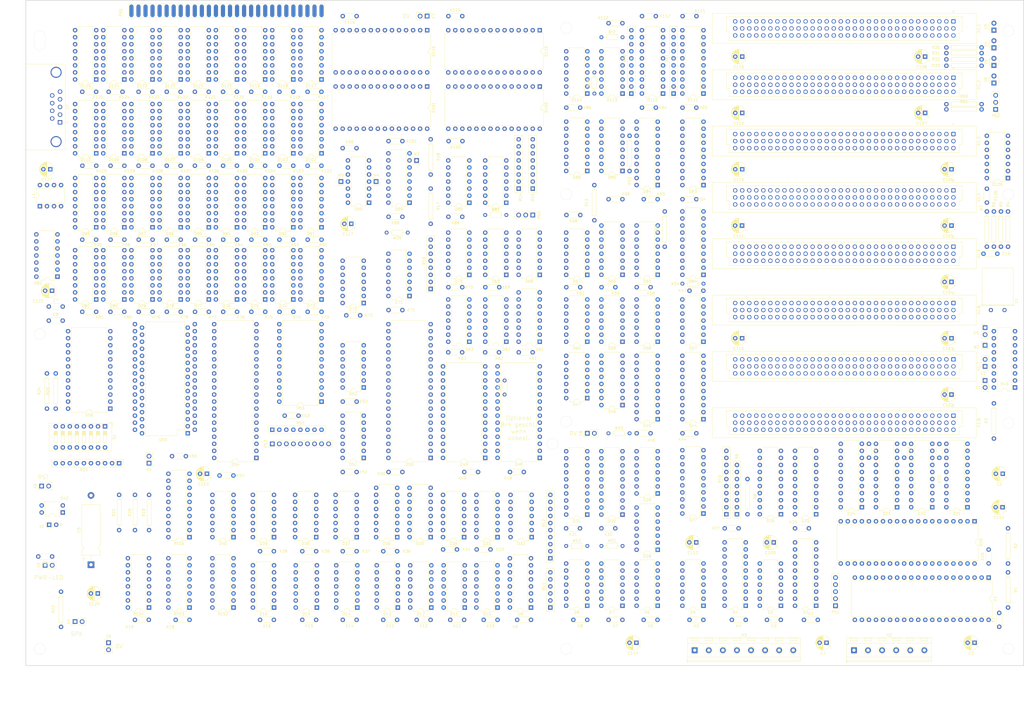
<source format=kicad_pcb>
(kicad_pcb (version 20211014) (generator pcbnew)
  (title_block (title "EC1834 Mainboard") (date "2023-01-03") (rev "1") (company "Mario Gögel") (comment 1 "1.13.120030.0/09, 12.01.1989"))
  (layers (0 "F.Cu" signal) (1 "In1.Cu" signal) (2 "In2.Cu" signal) (3 "In3.Cu" signal) (4 "In4.Cu" signal) (31 "B.Cu" signal) (34 "B.Paste" user) (35 "F.Paste" user) (36 "B.SilkS" user "B.Silkscreen") (37 "F.SilkS" user "F.Silkscreen") (38 "B.Mask" user) (39 "F.Mask" user) (44 "Edge.Cuts" user))
  (net 0 "")
  (net 1 "/EC1834 201.1/~{MEMR}")
  (net 2 "/EC1834_201.3 RAM/MDPEE")
  (net 3 "/EC1834_201.3 RAM/MDPOE")
  (net 4 "/EC1834 201.1/IRQ2")
  (net 5 "GND")
  (net 6 "-12V")
  (net 7 "-5V")
  (net 8 "+12V")
  (net 9 "Net-(C5-Pad2)")
  (net 10 "Net-(C6-Pad2)")
  (net 11 "+5V")
  (net 12 "Net-(C8-Pad1)")
  (net 13 "Net-(C10-Pad1)")
  (net 14 "Net-(C10-Pad2)")
  (net 15 "/EC1834 201.1/AD14")
  (net 16 "/EC1834 201.1/AD13")
  (net 17 "/EC1834 201.1/AD12")
  (net 18 "/EC1834 201.1/AD11")
  (net 19 "/EC1834 201.1/AD10")
  (net 20 "/EC1834 201.1/AD9")
  (net 21 "/EC1834 201.1/AD8")
  (net 22 "/EC1834 201.1/AD7")
  (net 23 "/EC1834 201.1/AD6")
  (net 24 "/EC1834 201.1/AD5")
  (net 25 "/EC1834 201.1/AD4")
  (net 26 "/EC1834 201.1/AD3")
  (net 27 "/EC1834 201.1/AD2")
  (net 28 "/EC1834 201.1/AD1")
  (net 29 "/EC1834 201.1/AD0")
  (net 32 "/EC1834 201.1/CLK86")
  (net 33 "/EC1834 201.1/RESET")
  (net 34 "/EC1834 201.1/READY")
  (net 35 "Net-(D1-Pad23)")
  (net 36 "/EC1834 201.1/QS1")
  (net 37 "/EC1834 201.1/QS0")
  (net 38 "/EC1834 201.1/~{S0}")
  (net 39 "/EC1834 201.1/~{S1}")
  (net 40 "/EC1834 201.1/~{S2}")
  (net 43 "/EC1834 201.1/~{GT1}")
  (net 44 "/EC1834 201.1/NPNPI")
  (net 45 "5PW2")
  (net 46 "/EC1834 201.1/~{BHE}")
  (net 47 "/EC1834 201.1/AD19")
  (net 48 "/EC1834 201.1/AD18")
  (net 49 "/EC1834 201.1/AD17")
  (net 50 "/EC1834 201.1/AD16")
  (net 51 "/EC1834 201.1/AD15")
  (net 54 "/EC1834 201.1/AENBRDW")
  (net 55 "/EC1834 201.1/ALE")
  (net 56 "/EC1834 201.1/A18")
  (net 57 "/EC1834 201.1/A17")
  (net 58 "/EC1834 201.1/A16")
  (net 59 "/EC1834 201.1/A19")
  (net 61 "/EC1834 201.1/A0")
  (net 63 "+5P")
  (net 69 "Net-(D3-Pad8)")
  (net 71 "/EC1834 201.1/~{LOCK}")
  (net 72 "/EC1834 201.1/DT-{slash}R")
  (net 73 "Net-(D4-Pad5)")
  (net 74 "/EC1834 201.1/~{CMEMR}")
  (net 75 "/EC1834 201.1/~{CMEMW}")
  (net 78 "/EC1834 201.1/~{CIOW}")
  (net 79 "/EC1834 201.1/~{CIOR}")
  (net 80 "/EC1834 201.1/~{INTA}")
  (net 81 "/EC1834 201.1/CEN")
  (net 82 "/EC1834 201.1/DEN")
  (net 84 "/EC1834 201.1/A15")
  (net 85 "/EC1834 201.2/~{ROMADRSEL}")
  (net 88 "/EC1834 201.1/PS1:4")
  (net 89 "/EC1834 201.1/~{AEN}")
  (net 91 "Net-(D40-Pad6)")
  (net 92 "/EC1834 201.1/IORW")
  (net 93 "Net-(D63-Pad4)")
  (net 94 "Net-(D7-Pad4)")
  (net 95 "/EC1834 201.1/~{CS86H}")
  (net 96 "/EC1834 201.1/~{CS86L}")
  (net 97 "Net-(D46-Pad04)")
  (net 98 "Net-(D7-Pad12)")
  (net 99 "Net-(D15-Pad9)")
  (net 100 "/EC1834 201.1/~{MASTER}")
  (net 101 "/EC1834 201.1/MASTER")
  (net 102 "Net-(D8-Pad5)")
  (net 103 "Net-(D6-Pad09)")
  (net 104 "Net-(D28-Pad09)")
  (net 105 "Net-(D8-Pad9)")
  (net 106 "Net-(D29-Pad09)")
  (net 107 "Net-(D8-Pad11)")
  (net 108 "/EC1834 201.1/DACK0")
  (net 109 "/EC1834 201.1/~{DACK0BRD}")
  (net 115 "/EC1834 201.1/~{XIOR}")
  (net 116 "/EC1834 201.1/~{XIOW}")
  (net 117 "/EC1834 201.2/~{IOCHCK}")
  (net 118 "/EC1834 201.2/~{OCHCK}")
  (net 119 "Net-(D10-Pad6)")
  (net 120 "Net-(D10-Pad10)")
  (net 121 "Net-(D10-Pad11)")
  (net 122 "/EC1834 201.2/NPINSTLSW")
  (net 123 "Net-(D10-Pad13)")
  (net 129 "Net-(D11-Pad8)")
  (net 130 "Net-(D11-Pad9)")
  (net 131 "/EC1834 201.1/MEMR")
  (net 133 "Net-(D12-Pad1)")
  (net 134 "/EC1834 201.1/~{RESETDRV}")
  (net 135 "Net-(D12-Pad3)")
  (net 136 "Net-(D12-Pad4)")
  (net 137 "Net-(D12-Pad8)")
  (net 138 "Net-(D12-Pad9)")
  (net 139 "/EC1834 201.1/AENI")
  (net 140 "/EC1834 201.1/AENBRD")
  (net 141 "/EC1834 201.1/~{CLK}")
  (net 142 "Net-(D13-Pad2)")
  (net 143 "Net-(D13-Pad3)")
  (net 146 "Net-(D13-Pad9)")
  (net 147 "Net-(D13-Pad11)")
  (net 148 "/EC1834 201.1/XD7")
  (net 149 "/EC1834 201.1/IOCHRDY")
  (net 150 "/EC1834 201.1/BS-{slash}WAIT")
  (net 154 "Net-(D14-Pad8)")
  (net 155 "Net-(D14-Pad9)")
  (net 156 "Net-(D14-Pad10)")
  (net 157 "Net-(D14-Pad11)")
  (net 158 "Net-(D126-Pad2)")
  (net 159 "/EC1834 201.1/RDY-{slash}WAIT")
  (net 160 "Net-(D15-Pad2)")
  (net 161 "Net-(D15-Pad5)")
  (net 164 "Net-(D15-Pad12)")
  (net 165 "Net-(D16-Pad1)")
  (net 166 "Net-(D16-Pad2)")
  (net 167 "Net-(D16-Pad3)")
  (net 168 "Net-(D16-Pad8)")
  (net 169 "/EC1834 201.2/~{A0}")
  (net 170 "Net-(D16-Pad10)")
  (net 171 "Net-(D16-Pad11)")
  (net 172 "/EC1834 201.1/XA0")
  (net 173 "/EC1834 201.1/NMI")
  (net 174 "/EC1834 201.1/INT")
  (net 176 "/EC1834 201.1/D15")
  (net 177 "/EC1834 201.1/D14")
  (net 178 "/EC1834 201.1/D13")
  (net 179 "/EC1834 201.1/D12")
  (net 180 "/EC1834 201.1/D11")
  (net 181 "/EC1834 201.1/D10")
  (net 182 "/EC1834 201.1/D9")
  (net 183 "/EC1834 201.1/D8")
  (net 184 "Net-(D22-Pad9)")
  (net 185 "/EC1834 201.1/D7")
  (net 186 "/EC1834 201.1/D6")
  (net 187 "/EC1834 201.1/D5")
  (net 188 "/EC1834 201.1/D4")
  (net 189 "/EC1834 201.1/D3")
  (net 190 "/EC1834 201.1/D2")
  (net 191 "/EC1834 201.1/D1")
  (net 192 "/EC1834 201.1/D0")
  (net 193 "Net-(D24-Pad1)")
  (net 194 "/EC1834 201.1/A14")
  (net 195 "/EC1834 201.1/A13")
  (net 196 "/EC1834 201.1/A12")
  (net 197 "/EC1834 201.1/A11")
  (net 198 "/EC1834 201.1/A10")
  (net 199 "/EC1834 201.1/A9")
  (net 200 "/EC1834 201.1/A8")
  (net 201 "/EC1834 201.1/VA0")
  (net 202 "/EC1834 201.1/A7")
  (net 203 "/EC1834 201.1/A6")
  (net 204 "/EC1834 201.1/A5")
  (net 205 "/EC1834 201.1/A4")
  (net 206 "/EC1834 201.1/A3")
  (net 207 "/EC1834 201.1/A2")
  (net 208 "/EC1834 201.1/A1")
  (net 210 "/EC1834 201.1/~{XMEMR}")
  (net 212 "/EC1834 201.1/~{XMEMW}")
  (net 213 "/EC1834 201.1/~{YIOR}")
  (net 214 "/EC1834 201.1/~{YIOW}")
  (net 217 "/EC1834 201.1/XD0")
  (net 218 "/EC1834 201.1/XD1")
  (net 219 "/EC1834 201.1/XD2")
  (net 220 "/EC1834 201.1/XD3")
  (net 221 "/EC1834 201.1/XD4")
  (net 222 "/EC1834 201.1/XD5")
  (net 223 "/EC1834 201.1/XD6")
  (net 224 "/EC1834 201.1/~{IOR}")
  (net 225 "/EC1834 201.1/~{IOW}")
  (net 226 "Net-(D32-Pad3)")
  (net 227 "/EC1834 201.1/~{MEMW}")
  (net 228 "Net-(D32-Pad10)")
  (net 229 "Net-(D33-Pad4)")
  (net 230 "Net-(D33-Pad5)")
  (net 231 "/EC1834 201.1/~{DACK2}")
  (net 232 "Net-(D28-Pad08)")
  (net 233 "/EC1834 201.1/~{DACK3}")
  (net 234 "Net-(D29-Pad08)")
  (net 235 "Net-(D34-Pad2)")
  (net 236 "Net-(D34-Pad4)")
  (net 237 "/EC1834 201.2/~{ENIOCK}")
  (net 239 "Net-(D34-Pad12)")
  (net 240 "/EC1834 201.2/~{ENBRAMPCK}")
  (net 241 "Net-(D35-Pad4)")
  (net 242 "/EC1834 201.1/~{F2}")
  (net 244 "/EC1834 201.1/CLK")
  (net 245 "Net-(D35-Pad10)")
  (net 246 "Net-(D35-Pad11)")
  (net 247 "Net-(D35-Pad12)")
  (net 248 "/EC1834 201.1/~{F4}")
  (net 250 "Net-(D36-Pad2)")
  (net 252 "Net-(D36-Pad5)")
  (net 253 "Net-(D36-Pad6)")
  (net 254 "/EC1834 201.1/AENDMA")
  (net 255 "Net-(D37-Pad2)")
  (net 256 "/EC1834 201.1/~{NMIADRCS}")
  (net 257 "Net-(D37-Pad6)")
  (net 258 "Net-(D37-Pad8)")
  (net 259 "Net-(D37-Pad9)")
  (net 260 "Net-(D37-Pad10)")
  (net 263 "/EC1834 201.1/IED")
  (net 264 "/EC1834 201.1/HRQDMA")
  (net 265 "/EC1834 201.1/~{DMAAEN}")
  (net 266 "/EC1834 201.2/PB1")
  (net 267 "/EC1834 201.2/OUT2")
  (net 268 "Net-(D39-Pad6)")
  (net 269 "Net-(D39-Pad13)")
  (net 270 "/EC1834 201.1/~{DACK1}")
  (net 271 "/EC1834 201.1/~{DACK0}")
  (net 272 "/EC1834 201.1/~{DMAWAIT}")
  (net 273 "Net-(D40-Pad11)")
  (net 274 "Net-(D43-Pad1)")
  (net 275 "Net-(D43-Pad2)")
  (net 276 "Net-(D126-Pad6)")
  (net 277 "Net-(D43-Pad8)")
  (net 278 "Net-(D43-Pad12)")
  (net 279 "Net-(D43-Pad13)")
  (net 280 "Net-(D43-Pad14)")
  (net 281 "Net-(D43-Pad15)")
  (net 282 "Net-(D43-Pad16)")
  (net 283 "Net-(D45-Pad9)")
  (net 284 "Net-(D45-Pad11)")
  (net 289 "/EC1834 201.1/RDYTODMA")
  (net 290 "/EC1834 201.1/TC")
  (net 291 "Net-(D47-Pad10)")
  (net 292 "Net-(D47-Pad11)")
  (net 293 "/EC1834 201.1/BHE")
  (net 294 "/EC1834 201.1/~{INTRCS2}")
  (net 295 "/EC1834 201.1/CAS0")
  (net 296 "/EC1834 201.1/CAS1")
  (net 297 "/EC1834 201.1/CAS2")
  (net 298 "/EC1834 201.1/IRQ8")
  (net 299 "/EC1834 201.1/IRQ10")
  (net 300 "/EC1834 201.1/IRQ11")
  (net 301 "/EC1834 201.1/IRQ12")
  (net 302 "/EC1834 201.1/IRQ14")
  (net 303 "/EC1834 201.1/IRQ15")
  (net 304 "/EC1834 201.1/~{INTRCS1}")
  (net 305 "Net-(D49-Pad16)")
  (net 306 "/EC1834 201.1/IRQ0")
  (net 307 "/EC1834 201.1/IRQ1")
  (net 308 "/EC1834 201.1/IRQ3")
  (net 309 "/EC1834 201.1/IRQ4")
  (net 310 "/EC1834 201.1/IRQ5")
  (net 311 "/EC1834 201.1/IRQ6")
  (net 312 "/EC1834 201.1/IRQ7")
  (net 314 "/EC1834 201.1/TDYTODMA")
  (net 315 "/EC1834 201.1/HOLDA")
  (net 316 "/EC1834 201.1/~{DMACS}")
  (net 317 "/EC1834 201.1/PCLK")
  (net 318 "/EC1834 201.1/DRQ3")
  (net 319 "/EC1834 201.1/DRQ2")
  (net 320 "/EC1834 201.1/DRQ1")
  (net 321 "/EC1834 201.1/DRQ0")
  (net 322 "/EC1834 201.1/XA1")
  (net 323 "/EC1834 201.1/XA2")
  (net 324 "/EC1834 201.1/XA3")
  (net 325 "/EC1834 201.1/1")
  (net 326 "/EC1834 201.1/2")
  (net 327 "/EC1834 201.1/3")
  (net 328 "/EC1834 201.1/4")
  (net 329 "Net-(D51-Pad4)")
  (net 331 "/EC1834 201.1/PB3")
  (net 332 "Net-(D52-Pad2)")
  (net 333 "Net-(D52-Pad5)")
  (net 335 "Net-(D52-Pad11)")
  (net 336 "/EC1834 201.2/GATE2")
  (net 337 "/EC1834 201.1/~{TIMERCS}")
  (net 338 "/EC1834 201.2/~{XOW}")
  (net 339 "/EC1834 201.2/PA3")
  (net 340 "/EC1834 201.2/PA2")
  (net 341 "/EC1834 201.2/PA1")
  (net 342 "/EC1834 201.2/PA0")
  (net 343 "/EC1834 201.1/~{PPICS}")
  (net 344 "/EC1834 201.2/PCK")
  (net 345 "/EC1834 201.2/PC4")
  (net 350 "/EC1834 201.2/PB2")
  (net 351 "/EC1834 201.2/PB6")
  (net 352 "/EC1834 201.2/PB7")
  (net 353 "/EC1834 201.2/PA7")
  (net 354 "/EC1834 201.2/PA6")
  (net 355 "/EC1834 201.2/PA5")
  (net 356 "/EC1834 201.2/PA4")
  (net 357 "Net-(D55-Pad33)")
  (net 358 "Net-(D55-Pad34)")
  (net 359 "Net-(D55-Pad35)")
  (net 361 "/EC1834 201.2/3")
  (net 362 "/EC1834 201.2/2")
  (net 363 "/EC1834 201.2/1")
  (net 364 "/EC1834 201.2/0")
  (net 369 "Net-(D55-Pad45)")
  (net 370 "Net-(D55-Pad47)")
  (net 371 "Net-(D55-Pad49)")
  (net 372 "Net-(D55-Pad50)")
  (net 373 "Net-(D55-Pad51)")
  (net 374 "Net-(D55-Pad52)")
  (net 375 "/EC1834 201.2/7")
  (net 376 "Net-(D55-Pad53)")
  (net 377 "/EC1834 201.2/6")
  (net 378 "/EC1834 201.2/5")
  (net 379 "Net-(D55-Pad55)")
  (net 380 "/EC1834 201.2/4")
  (net 382 "Net-(D55-Pad25)")
  (net 384 "Net-(D55-Pad26)")
  (net 386 "Net-(D55-Pad27)")
  (net 387 "Net-(D55-Pad28)")
  (net 388 "Net-(D55-Pad29)")
  (net 389 "Net-(D55-Pad61)")
  (net 390 "Net-(D55-Pad30)")
  (net 391 "Net-(D55-Pad31)")
  (net 392 "Net-(D55-Pad32)")
  (net 393 "Net-(D55-Pad64)")
  (net 394 "/EC1834 201.1/OSC1")
  (net 395 "Net-(D57-Pad10)")
  (net 396 "/EC1834 201.2/OSC")
  (net 397 "Net-(D57-Pad11)")
  (net 398 "Net-(D58-Pad2)")
  (net 399 "5PW1")
  (net 400 "Net-(D58-Pad12)")
  (net 403 "/EC1834 201.2/ADRSEL")
  (net 404 "Net-(D58-Pad13)")
  (net 405 "/EC1834 201.1/RESETDRV")
  (net 406 "Net-(D59-Pad13)")
  (net 407 "Net-(D60-Pad2)")
  (net 408 "/EC1834 201.2/~{PCK}")
  (net 410 "Net-(D60-Pad9)")
  (net 411 "/EC1834 201.2/PS3:1")
  (net 414 "/EC1834 201.1/~{A0}")
  (net 416 "/EC1834 201.1/XA9")
  (net 417 "Net-(D62-Pad6)")
  (net 418 "Net-(D111-Pad9)")
  (net 419 "/EC1834 201.1/~{MEMADRSEL}")
  (net 420 "Net-(D112-Pad9)")
  (net 423 "Net-(D63-Pad6)")
  (net 424 "Net-(D63-Pad8)")
  (net 430 "Net-(D65-Pad14)")
  (net 431 "Net-(D65-Pad15)")
  (net 432 "/EC1834 201.2/~{CSROM0}")
  (net 438 "Net-(D67-Pad5)")
  (net 440 "Net-(D68-Pad6)")
  (net 441 "Net-(D68-Pad8)")
  (net 442 "/EC1834 201.2/MDPEE")
  (net 443 "/EC1834 201.2/MDPOE")
  (net 444 "Net-(D69-Pad3)")
  (net 447 "Net-(D69-Pad11)")
  (net 448 "Net-(D70-Pad2)")
  (net 449 "Net-(D70-Pad3)")
  (net 450 "Net-(D70-Pad11)")
  (net 451 "Net-(D70-Pad6)")
  (net 452 "/EC1834 201.2/~{NMIREGCS}")
  (net 453 "/EC1834 201.1/WRTDMAPGREG")
  (net 454 "/EC1834 201.2/~{RAMADRSEL}")
  (net 455 "/EC1834 201.2/PS3:3")
  (net 456 "Net-(D72-Pad3)")
  (net 457 "/EC1834 201.2/PS3:4")
  (net 458 "Net-(D72-Pad6)")
  (net 459 "Net-(D72-Pad8)")
  (net 460 "/EC1834 201.2/PS3:5")
  (net 461 "Net-(D72-Pad11)")
  (net 462 "/EC1834 201.2/PS3:6")
  (net 464 "/EC1834_201.3 RAM/~{WE}")
  (net 465 "/EC1834_201.3 RAM/~{RAS0}")
  (net 466 "/EC1834_201.3 RAM/MEM0")
  (net 467 "/EC1834_201.3 RAM/MEM2")
  (net 468 "/EC1834_201.3 RAM/MEM1")
  (net 469 "/EC1834_201.3 RAM/MEM7")
  (net 470 "/EC1834_201.3 RAM/MEM5")
  (net 471 "/EC1834_201.3 RAM/MEM4")
  (net 472 "/EC1834_201.3 RAM/MEM3")
  (net 473 "/EC1834_201.3 RAM/MEM6")
  (net 474 "/EC1834_201.3 RAM/MDPOA")
  (net 475 "/EC1834_201.3 RAM/~{CASH}")
  (net 477 "/EC1834_201.3 RAM/MD15")
  (net 479 "/EC1834_201.3 RAM/MD14")
  (net 481 "/EC1834_201.3 RAM/MD13")
  (net 483 "/EC1834_201.3 RAM/MD12")
  (net 485 "/EC1834_201.3 RAM/MD11")
  (net 487 "/EC1834_201.3 RAM/MD10")
  (net 489 "/EC1834_201.3 RAM/MD9")
  (net 491 "/EC1834_201.3 RAM/MD8")
  (net 496 "/EC1834 201.1/XA7")
  (net 497 "/EC1834 201.1/XA6")
  (net 498 "/EC1834 201.1/XA5")
  (net 499 "/EC1834 201.1/XA4")
  (net 500 "/EC1834 201.1/XA13")
  (net 501 "/EC1834 201.1/AEN")
  (net 502 "/EC1834 201.1/XA12")
  (net 503 "/EC1834 201.1/XA11")
  (net 504 "/EC1834 201.1/XA10")
  (net 505 "/EC1834 201.1/XA8")
  (net 506 "Net-(D85-Pad4)")
  (net 507 "Net-(D85-Pad7)")
  (net 508 "Net-(D85-Pad9)")
  (net 509 "Net-(D85-Pad12)")
  (net 510 "/EC1834 201.2/PS4:3")
  (net 511 "Net-(D86-Pad4)")
  (net 512 "Net-(D86-Pad7)")
  (net 513 "Net-(D86-Pad9)")
  (net 514 "Net-(D86-Pad12)")
  (net 517 "/EC1834 201.2/PS3:2")
  (net 518 "Net-(D88-Pad6)")
  (net 519 "/EC1834 201.1/~{MEMCS16}")
  (net 520 "/EC1834 201.1/~{NMIREGCS}")
  (net 521 "/EC1834_201.3 RAM/MDPEA")
  (net 522 "Net-(D113-Pad4)")
  (net 523 "Net-(D114-Pad8)")
  (net 525 "/EC1834_201.3 RAM/~{RAS1}")
  (net 535 "/EC1834 201.2/~{CSROM1}")
  (net 538 "/EC1834_201.3 RAM/~{CASL}")
  (net 540 "/EC1834_201.3 RAM/MD7")
  (net 542 "/EC1834_201.3 RAM/MD6")
  (net 544 "/EC1834_201.3 RAM/MD5")
  (net 546 "/EC1834_201.3 RAM/MD4")
  (net 548 "/EC1834_201.3 RAM/MD3")
  (net 550 "/EC1834_201.3 RAM/MD2")
  (net 552 "/EC1834_201.3 RAM/MD1")
  (net 554 "/EC1834_201.3 RAM/MD0")
  (net 576 "Net-(E2-Pad1)")
  (net 577 "Net-(L1-Pad1)")
  (net 578 "Net-(L1-Pad2)")
  (net 579 "/EC1834 201.2/KBCLK")
  (net 580 "/EC1834 201.2/KBDATA")
  (net 581 "/EC1834 201.2/PS3:7")
  (net 584 "/EC1834 201.2/PS4:2")
  (net 586 "Net-(D65-Pad04)")
  (net 587 "/EC1834 201.2/MEM6")
  (net 588 "/EC1834 201.2/MEM4")
  (net 589 "/EC1834 201.2/MEM7")
  (net 590 "/EC1834 201.2/MEM5")
  (net 591 "/EC1834 201.2/MEM1")
  (net 592 "/EC1834 201.2/MEM2")
  (net 593 "/EC1834 201.2/MEM0")
  (net 594 "/EC1834 201.2/MEM3")
  (net 595 "Net-(R22-Pad1)")
  (net 597 "Net-(R30-Pad2)")
  (net 598 "Net-(R31-Pad1)")
  (net 599 "Net-(R32-Pad2)")
  (net 600 "Net-(R33-Pad1)")
  (net 603 "Net-(D89-Pad07)")
  (net 604 "/Bus/RESET")
  (net 606 "/Bus/OSC")
  (net 607 "/Bus/IRQ12")
  (net 608 "/Bus/~{IOCHCK}")
  (footprint "Connector_DIN:DIN41612_C_3x32_Female_Vertical_THT" (layer "F.Cu") (at 362.585 142.24 -90)
    (fp_text reference "X1.7")
    (fp_text value "BUS_EC1834_16Bit")
  )
  (footprint "Resistor_THT:R_Axial_DIN0204_L3.6mm_D1.6mm_P7.62mm_Horizontal" (layer "F.Cu") (at 235.585 26.035)
    (fp_text reference "Br2")
    (fp_text value "Br2")
  )
  (footprint "Package_DIP:DIP-14_W7.62mm" (layer "F.Cu") (at 132.9445 231.78 180)
    (fp_text reference "D15")
    (fp_text value "DL074")
  )
  (footprint "Capacitor_THT:CP_Radial_D5.0mm_P2.50mm" (layer "F.Cu") (at 36.765112 73.66 180)
    (fp_text reference "C127")
    (fp_text value "47µF")
  )
  (footprint "Connector_PinHeader_2.54mm:PinHeader_1x02_P2.54mm_Vertical" (layer "F.Cu") (at 374.015 149.855)
    (fp_text reference "E1")
    (fp_text value "SolderJumper_2_Bridged" hide)
  )
  (footprint "Package_DIP:DIP-14_W7.62mm" (layer "F.Cu") (at 255.895 231.145 180)
    (fp_text reference "D6")
    (fp_text value "DL295")
  )
  (footprint "Capacitor_THT:CP_Radial_D5.0mm_P2.50mm" (layer "F.Cu") (at 248.220113 244.475 180)
    (fp_text reference "C114")
    (fp_text value "47µF")
  )
  (footprint "Capacitor_THT:C_Disc_D4.3mm_W1.9mm_P5.00mm" (layer "F.Cu") (at 134.62 99.06 180)
    (fp_text reference "K91")
    (fp_text value "100n")
  )
  (footprint "Connector_PinHeader_2.54mm:PinHeader_1x02_P2.54mm_Vertical" (layer "F.Cu") (at 45.72 236.855 90)
    (fp_text reference "X4")
    (fp_text value "Lautsprecher")
  )
  (footprint "Package_DIP:DIP-14_W7.62mm" (layer "F.Cu") (at 162.16 231.78 180)
    (fp_text reference "D13")
    (fp_text value "DL074")
  )
  (footprint "Capacitor_THT:C_Disc_D4.3mm_W1.9mm_P5.00mm" (layer "F.Cu") (at 163.79 182.88 180)
    (fp_text reference "K50")
    (fp_text value "100n")
  )
  (footprint "Connector_PinHeader_2.54mm:PinHeader_1x02_P2.54mm_Vertical" (layer "F.Cu") (at 230.5 168.91 90)
    (fp_text reference "E8")
    (fp_text value "Conn_01x02")
  )
  (footprint "Capacitor_THT:C_Disc_D4.3mm_W1.9mm_P5.00mm" (layer "F.Cu") (at 357.505 172.76 -90)
    (fp_text reference "K22")
    (fp_text value "100n")
  )
  (footprint "Package_DIP:DIP-24_W15.24mm" (layer "F.Cu") (at 58.42 160.02 180)
    (fp_text reference "D56")
    (fp_text value "2716")
  )
  (footprint "Package_DIP:DIP-20_W7.62mm" (layer "F.Cu") (at 257.82 46.355 180)
    (fp_text reference "D112")
    (fp_text value "DS8286D-D111")
  )
  (footprint "Connector_DIN:DIN41612_C_3x32_Female_Vertical_THT" (layer "F.Cu") (at 362.585 121.92 -90)
    (fp_text reference "X1.6")
    (fp_text value "BUS_EC1834_16Bit")
  )
  (footprint "Resistor_THT:R_Array_SIP8" (layer "F.Cu") (at 173.99 116.84 90)
    (fp_text reference "R16")
    (fp_text value "30")
  )
  (footprint "Package_DIP:DIP-20_W7.62mm" (layer "F.Cu") (at 255.905 79.365 180)
    (fp_text reference "D84")
    (fp_text value "DS8286D")
  )
  (footprint "Package_DIP:DIP-16_W7.62mm" (layer "F.Cu") (at 104.13 120.635 180)
    (fp_text reference "D76")
    (fp_text value "U2164")
  )
  (footprint "Package_DIP:DIP-20_W7.62mm" (layer "F.Cu") (at 313.055 198.115 180)
    (fp_text reference "D25")
    (fp_text value "DS8282")
  )
  (footprint "Package_DIP:DIP-16_W7.62mm" (layer "F.Cu") (at 114.29 67.915 180)
    (fp_text reference "D104")
    (fp_text value "U2164")
  )
  (footprint "Package_DIP:DIP-28_W15.24mm" (layer "F.Cu") (at 213.36 43.815 -90)
    (fp_text reference "D100")
    (fp_text value "U2764")
  )
  (footprint "Capacitor_THT:C_Disc_D4.3mm_W1.9mm_P5.00mm" (layer "F.Cu") (at 104.14 125.095 180)
    (fp_text reference "K76")
    (fp_text value "100n")
  )
  (footprint "Capacitor_THT:C_Disc_D4.3mm_W1.9mm_P5.00mm" (layer "F.Cu") (at 240.585 203.2 180)
    (fp_text reference "K30")
    (fp_text value "100n")
  )
  (footprint "Resistor_THT:R_Axial_DIN0204_L3.6mm_D1.6mm_P7.62mm_Horizontal" (layer "F.Cu") (at 264.795 114.935)
    (fp_text reference "WD4")
    (fp_text value "SolderJumper_2_Open")
  )
  (footprint "EC1834-Board:R_Axial_L9.0mm_D1.8mm_P12.70mm_Horizontal" (layer "F.Cu") (at 360.045 34.036)
    (fp_text reference "R32")
    (fp_text value "1k")
  )
  (footprint "Connector_PinHeader_2.54mm:PinHeader_1x01_P2.54mm_Vertical" (layer "F.Cu") (at 154.305 78.105)
    (fp_text reference "W4")
    (fp_text value "W4")
  )
  (footprint "Package_DIP:DIP-16_W7.62mm" (layer "F.Cu") (at 104.13 41.26 180)
    (fp_text reference "D120")
    (fp_text value "U2164")
  )
  (footprint "Capacitor_THT:CP_Radial_D5.0mm_P2.50mm" (layer "F.Cu") (at 53.910113 226.695 180)
    (fp_text reference "C120")
    (fp_text value "47µF")
  )
  (footprint "Capacitor_THT:C_Disc_D4.3mm_W1.9mm_P5.00mm" (layer "F.Cu") (at 126.325 162.56 180)
    (fp_text reference "K53")
    (fp_text value "100n")
  )
  (footprint "EC1834-Board:R_Axial_L9.0mm_D1.8mm_P12.70mm_Horizontal" (layer "F.Cu") (at 173.99 80.645 -90)
    (fp_text reference "R17")
    (fp_text value "4k7")
  )
  (footprint "EC1834-Board:R_Axial_L9.0mm_D1.8mm_P12.70mm_Horizontal" (layer "F.Cu") (at 72.4 191.135 -90)
    (fp_text reference "R19")
    (fp_text value "18k")
  )
  (footprint "EC1834-Board:R_Axial_L9.0mm_D1.8mm_P12.70mm_Horizontal" (layer "F.Cu") (at 360.045 50.165)
    (fp_text reference "R50")
    (fp_text value "100")
  )
  (footprint "Capacitor_THT:C_Disc_D4.3mm_W1.9mm_P5.00mm" (layer "F.Cu") (at 185.46 63.5 180)
    (fp_text reference "K100")
    (fp_text value "100n")
  )
  (footprint "Capacitor_THT:C_Disc_D4.3mm_W1.9mm_P5.00mm" (layer "F.Cu") (at 205.185 236.22)
    (fp_text reference "K9")
    (fp_text value "100n")
  )
  (footprint "Capacitor_THT:C_Disc_D4.3mm_W1.9mm_P5.00mm" (layer "F.Cu") (at 83.78 45.72 180)
    (fp_text reference "K122")
    (fp_text value "100n")
  )
  (footprint "Package_DIP:DIP-14_W7.62mm" (layer "F.Cu") (at 243.215 46.355 180)
    (fp_text reference "D113")
    (fp_text value "KR531IP5")
  )
  (footprint "Connector_DIN:DIN41612_C_3x32_Female_Vertical_THT" (layer "F.Cu") (at 362.585 60.96 -90)
    (fp_text reference "X1.3")
    (fp_text value "BUS_EC1834_16Bit")
  )
  (footprint "Connector_PinHeader_2.54mm:PinHeader_1x02_P2.54mm_Vertical" (layer "F.Cu") (at 374.015 144.785 180)
    (fp_text reference "E2")
    (fp_text value "SolderJumper_2_Bridged" hide)
  )
  (footprint "Capacitor_THT:C_Disc_D4.3mm_W1.9mm_P5.00mm" (layer "F.Cu") (at 93.98 125.095 180)
    (fp_text reference "K77")
    (fp_text value "100n")
  )
  (footprint "Package_DIP:DIP-14_W7.62mm" (layer "F.Cu") (at 198.12 206.375 180)
    (fp_text reference "D33")
    (fp_text value "DL002D")
  )
  (footprint "Connector_PinHeader_2.54mm:PinHeader_1x09_P2.54mm_Vertical" (layer "F.Cu") (at 116.85 172.72 90)
    (fp_text reference "PS3")
    (fp_text value "PS3")
  )
  (footprint "Capacitor_THT:C_Disc_D4.3mm_W1.9mm_P5.00mm" (layer "F.Cu") (at 227.845 203.2 180)
    (fp_text reference "K31")
    (fp_text value "100n")
  )
  (footprint "Package_DIP:DIP-14_W7.62mm" (layer "F.Cu") (at 187.95 135.89 180)
    (fp_text reference "D63")
    (fp_text value "DL010D-D63")
  )
  (footprint "Capacitor_THT:C_Disc_D4.3mm_W1.9mm_P5.00mm" (layer "F.Cu") (at 379.095 238.72 90)
    (fp_text reference "K1")
    (fp_text value "100n")
  )
  (footprint "Capacitor_THT:C_Disc_D4.3mm_W1.9mm_P5.00mm" (layer "F.Cu") (at 186.055 236.22 180)
    (fp_text reference "K11")
    (fp_text value "100n")
  )
  (footprint "Package_DIP:DIP-16_W7.62mm" (layer "F.Cu") (at 53.33 94.6 180)
    (fp_text reference "D99")
    (fp_text value "U2164")
  )
  (footprint "Package_DIP:DIP-40_W15.24mm" (layer "F.Cu") (at 375.285 220.975 -90)
    (fp_text reference "D1")
    (fp_text value "K1810WM87")
  )
  (footprint "Capacitor_THT:CP_Radial_D5.0mm_P2.50mm" (layer "F.Cu") (at 93.280113 183.515 180)
    (fp_text reference "C119")
    (fp_text value "47µF")
  )
  (footprint "Capacitor_THT:C_Disc_D4.3mm_W1.9mm_P5.00mm" (layer "F.Cu") (at 36.235 123.19)
    (fp_text reference "C7")
    (fp_text value "680pF")
  )
  (footprint "EC1834-Board:R_Axial_L9.0mm_D1.8mm_P12.70mm_Horizontal" (layer "F.Cu") (at 288.29 185.42 -90)
    (fp_text reference "R8")
    (fp_text value "30")
  )
  (footprint "Capacitor_THT:C_Disc_D4.3mm_W1.9mm_P5.00mm" (layer "F.Cu") (at 114.26 72.39 180)
    (fp_text reference "K104")
    (fp_text value "100n")
  )
  (footprint "EC1834-Board:R_Axial_L9.0mm_D1.8mm_P12.70mm_Horizontal" (layer "F.Cu") (at 360.045 29.718)
    (fp_text reference "R30")
    (fp_text value "30")
  )
  (footprint "EC1834-Board:R_Axial_L9.0mm_D1.8mm_P12.70mm_Horizontal" (layer "F.Cu") (at 382.27 203.2 -90)
    (fp_text reference "R2")
    (fp_text value "4k7")
  )
  (footprint "Package_DIP:DIP-20_W7.62mm" (layer "F.Cu") (at 272.415 46.35 180)
    (fp_text reference "D111")
    (fp_text value "DS8286D-D111")
  )
  (footprint "EC1834-Board:R_Axial_L9.0mm_D1.8mm_P12.70mm_Horizontal" (layer "F.Cu") (at 61.595 191.135 -90)
    (fp_text reference "R21")
    (fp_text value "100k")
  )
  (footprint "Capacitor_THT:C_Disc_D4.3mm_W1.9mm_P5.00mm" (layer "F.Cu") (at 134.58 45.72 180)
    (fp_text reference "K117")
    (fp_text value "100n")
  )
  (footprint "Connector_PinHeader_2.54mm:PinHeader_1x01_P2.54mm_Vertical" (layer "F.Cu") (at 141.605 78.105)
    (fp_text reference "W5")
    (fp_text value "W5")
  )
  (footprint "Package_DIP:DIP-16_W7.62mm" (layer "F.Cu") (at 134.61 41.26 180)
    (fp_text reference "D117")
    (fp_text value "U2164")
  )
  (footprint "Package_DIP:DIP-16_W7.62mm" (layer "F.Cu") (at 114.29 120.635 180)
    (fp_text reference "D75")
    (fp_text value "U2164")
  )
  (footprint "Resistor_THT:R_Array_SIP10" (layer "F.Cu") (at 246.39 46.355 90)
    (fp_text reference "R40")
    (fp_text value "4k7")
  )
  (footprint "Package_DIP:DIP-16_W7.62mm" (layer "F.Cu") (at 93.97 94.6 180)
    (fp_text reference "D95")
    (fp_text value "U2164")
  )
  (footprint "Capacitor_THT:CP_Radial_D5.0mm_P2.50mm" (layer "F.Cu") (at 316.800113 244.475 180)
    (fp_text reference "C4")
    (fp_text value "47µF")
  )
  (footprint "Capacitor_THT:C_Disc_D4.3mm_W1.9mm_P5.00mm" (layer "F.Cu") (at 93.98 99.06 180)
    (fp_text reference "K95")
    (fp_text value "100n")
  )
  (footprint "Capacitor_THT:C_Disc_D4.3mm_W1.9mm_P5.00mm" (layer "F.Cu") (at 255.825 236.22 180)
    (fp_text reference "K6")
    (fp_text value "100n")
  )
  (footprint "Package_DIP:DIP-14_W7.62mm" (layer "F.Cu") (at 300.355 231.14 180)
    (fp_text reference "D3")
    (fp_text value "DL020D")
  )
  (footprint "Package_DIP:DIP-16_W7.62mm" (layer "F.Cu") (at 243.205 111.74 180)
    (fp_text reference "D66")
    (fp_text value "DS8205")
  )
  (footprint "Package_DIP:DIP-14_W7.62mm" (layer "F.Cu") (at 117.485 231.78 180)
    (fp_text reference "D16")
    (fp_text value "DL000D")
  )
  (footprint "Package_DIP:DIP-14_W7.62mm" (layer "F.Cu") (at 272.405 135.89 180)
    (fp_text reference "D57")
    (fp_text value "DL008D")
  )
  (footprint "Package_DIP:DIP-16_W7.62mm" (layer "F.Cu") (at 104.13 67.915 180)
    (fp_text reference "D105")
    (fp_text value "U2164")
  )
  (footprint "Crystal:Crystal_HC18-U_Horizontal" (layer "F.Cu") (at 381 124.46 180)
    (fp_text reference "V1")
    (fp_text value "14745,6KHz")
  )
  (footprint "Package_DIP:DIP-20_W7.62mm" (layer "F.Cu") (at 272.405 197.861 180)
    (fp_text reference "D27")
    (fp_text value "DS8286D-D27")
  )
  (footprint "Connector_PinHeader_2.54mm:PinHeader_1x01_P2.54mm_Vertical" (layer "F.Cu") (at 168.91 70.485)
    (fp_text reference "W3")
    (fp_text value "Conn_01x01")
  )
  (footprint "Capacitor_THT:C_Disc_D4.3mm_W1.9mm_P5.00mm" (layer "F.Cu") (at 198.635 139.7 180)
    (fp_text reference "K62")
    (fp_text value "100n")
  )
  (footprint "Package_DIP:DIP-16_W7.62mm" (layer "F.Cu") (at 63.49 67.915 180)
    (fp_text reference "D109")
    (fp_text value "U2164")
  )
  (footprint "Package_DIP:DIP-16_W7.62mm" (layer "F.Cu") (at 73.65 67.915 180)
    (fp_text reference "D108")
    (fp_text value "U2164")
  )
  (footprint "Package_DIP:DIP-28_W15.24mm" (layer "F.Cu") (at 172.72 43.805 -90)
    (fp_text reference "D101")
    (fp_text value "U2764")
  )
  (footprint "Connector_PinHeader_2.54mm:PinHeader_1x05_P2.54mm_Vertical" (layer "F.Cu") (at 320.04 231.135 180)
    (fp_text reference "PS1")
    (fp_text value "Conn_01x03")
  )
  (footprint "Capacitor_THT:C_Disc_D4.3mm_W1.9mm_P5.00mm" (layer "F.Cu") (at 53.34 72.39 180)
    (fp_text reference "K110")
    (fp_text value "100n")
  )
  (footprint "Diode_THT:D_DO-35_SOD27_P2.54mm_Vertical_AnodeUp" (layer "F.Cu") (at 36.350686 201.93)
    (fp_text reference "V2")
    (fp_text value "SAY30")
  )
  (footprint "Package_DIP:DIP-14_W7.62mm" (layer "F.Cu") (at 149.85 152.405 180)
    (fp_text reference "D52")
    (fp_text value "74HC74")
  )
  (footprint "Package_DIP:DIP-28_W15.24mm" (layer "F.Cu") (at 213.35 23.495 -90)
    (fp_text reference "D115")
    (fp_text value "U2764")
  )
  (footprint "Resistor_THT:R_Axial_DIN0204_L3.6mm_D1.6mm_P7.62mm_Horizontal" (layer "F.Cu") (at 222.885 209.55)
    (fp_text reference "WD2")
    (fp_text value "WD2")
  )
  (footprint "Capacitor_THT:C_Disc_D4.3mm_W1.9mm_P5.00mm" (layer "F.Cu") (at 124.42 45.72 180)
    (fp_text reference "K118")
    (fp_text value "100n")
  )
  (footprint "Package_DIP:DIP-20_W7.62mm" (layer "F.Cu") (at 243.195 198.24 180)
    (fp_text reference "D30")
    (fp_text value "DL374")
  )
  (footprint "Package_DIP:DIP-14_W7.62mm" (layer "F.Cu") (at 147.3045 206.375 180)
    (fp_text reference "D37")
    (fp_text value "DL032D")
  )
  (footprint "Capacitor_THT:C_Disc_D4.3mm_W1.9mm_P5.00mm" (layer "F.Cu") (at 272.375 236.22 180)
    (fp_text reference "K5")
    (fp_text value "100n")
  )
  (footprint "Capacitor_THT:C_Disc_D4.3mm_W1.9mm_P5.00mm" (layer "F.Cu") (at 114.3 125.095 180)
    (fp_text reference "K75")
    (fp_text value "100n")
  )
  (footprint "Resistor_THT:R_Axial_DIN0204_L3.6mm_D1.6mm_P7.62mm_Horizontal" (layer "F.Cu") (at 238.125 168.91)
    (fp_text reference "WD3")
    (fp_text value "WD3")
  )
  (footprint "Package_DIP:DIP-14_W7.62mm" (layer "F.Cu") (at 147.5395 231.78 180)
    (fp_text reference "D14")
    (fp_text value "DL010D")
  )
  (footprint "Connector_DIN:DIN41612_C_3x32_Female_Vertical_THT" (layer "F.Cu") (at 362.585 162.56 -90)
    (fp_text reference "X1.8")
    (fp_text value "BUS_EC1834_16Bit")
  )
  (footprint "Capacitor_THT:C_Disc_D4.3mm_W1.9mm_P5.00mm" (layer "F.Cu") (at 163.79 90.805 180)
    (fp_text reference "K89")
    (fp_text value "100n")
  )
  (footprint "Capacitor_THT:C_Disc_D4.3mm_W1.9mm_P5.00mm" (layer "F.Cu") (at 124.42 72.39 180)
    (fp_text reference "K103")
    (fp_text value "100n")
  )
  (footprint "LED_THT:LED_D3.0mm" (layer "F.Cu") (at 377.19 23.5 90)
    (fp_text reference "V3")
    (fp_text value "LED")
  )
  (footprint "Package_DIP:DIP-14_W7.62mm" (layer "F.Cu") (at 149.85 121.92 180)
    (fp_text reference "D72")
    (fp_text value "DL008D")
  )
  (footprint "Package_DIP:DIP-16_W7.62mm" (layer "F.Cu") (at 124.45 67.915 180)
    (fp_text reference "D103")
    (fp_text value "U2164")
  )
  (footprint "Connector_DIN:DIN41612_C_3x32_Female_Vertical_THT" (layer "F.Cu") (at 362.585 20.32 -90)
    (fp_text reference "X1.1")
    (fp_text value "BUS_EC1834_16Bit")
  )
  (footprint "Package_DIP:DIP-14_W7.62mm" (layer "F.Cu") (at 382.26 76.84 180)
    (fp_text reference "D126")
    (fp_text value "DL074")
  )
  (footprint "Capacitor_THT:C_Disc_D4.3mm_W1.9mm_P5.00mm" (layer "F.Cu") (at 198.715 116.205 180)
    (fp_text reference "K69")
    (fp_text value "100n")
  )
  (footprint "Package_DIP:DIP-16_W7.62mm" (layer "F.Cu") (at 53.33 67.915 180)
    (fp_text reference "D110")
    (fp_text value "U2164")
  )
  (footprint "Capacitor_THT:C_Disc_D4.3mm_W1.9mm_P5.00mm" (layer "F.Cu") (at 243.165 84.455 180)
    (fp_text reference "K66")
    (fp_text value "100n")
  )
  (footprint "Package_DIP:DIP-16_W7.62mm" (layer "F.Cu") (at 114.29 41.26 180)
    (fp_text reference "D119")
    (fp_text value "U2164")
  )
  (footprint "Capacitor_THT:C_Disc_D4.3mm_W1.9mm_P5.00mm" (layer "F.Cu") (at 183.475 210.82 180)
    (fp_text reference "K34")
    (fp_text value "100n")
  )
  (footprint "Capacitor_THT:C_Disc_D4.3mm_W1.9mm_P5.00mm" (layer "F.Cu") (at 102.83 184.15 180)
    (fp_text reference "K54")
    (fp_text value "100n")
  )
  (footprint "Package_DIP:DIP-16_W7.62mm" (layer "F.Cu") (at 243.205 158.735 180)
    (fp_text reference "D46")
    (fp_text value "DS8216")
  )
  (footprint "Package_DIP:DIP-20_W7.62mm" (layer "F.Cu") (at 367.655 195.575 180)
    (fp_text reference "D21")
    (fp_text value "DS8286D-D111")
  )
  (footprint "Capacitor_THT:C_Disc_D4.3mm_W1.9mm_P5.00mm" (layer "F.Cu") (at 73.66 125.095 180)
    (fp_text reference "K79")
    (fp_text value "100n")
  )
  (footprint "Package_DIP:DIP-16_W7.62mm" (layer "F.Cu") (at 86.995 231.775 180)
    (fp_text reference "RES3")
    (fp_text value "DIP-16_W7.62mm")
  )
  (footprint "EC1834-Board:R_Axial_L9.0mm_D1.8mm_P12.70mm_Horizontal" (layer "F.Cu") (at 38.735 160.02 90)
    (fp_text reference "R25")
    (fp_text value "1k")
  )
  (footprint "Package_DIP:DIP-20_W7.62mm" (layer "F.Cu") (at 329.555 195.575 180)
    (fp_text reference "D24")
    (fp_text value "DL374")
  )
  (footprint "Package_DIP:DIP-20_W7.62mm" (layer "F.Cu") (at 272.415 111.75 180)
    (fp_text reference "D64")
    (fp_text value "DS8286D-D23")
  )
  (footprint "Package_DIP:DIP-14_W7.62mm" (layer "F.Cu") (at 255.895 135.895 180)
    (fp_text reference "D58")
    (fp_text value "74HC74")
  )
  (footprint "Capacitor_THT:C_Disc_D4.3mm_W1.9mm_P5.00mm" (layer "F.Cu") (at 332.105 172.72 -90)
    (fp_text reference "K24")
    (fp_text value "100n")
  )
  (footprint "Capacitor_THT:C_Disc_D4.3mm_W1.9mm_P5.00mm" (layer "F.Cu") (at 210.78 139.7 180)
    (fp_text reference "K61")
    (fp_text value "100n")
  )
  (footprint "Package_DIP:DIP-16_W7.62mm" (layer "F.Cu") (at 114.29 94.6 180)
    (fp_text reference "D93")
    (fp_text value "U2164")
  )
  (footprint "Capacitor_THT:C_Disc_D4.3mm_W1.9mm_P5.00mm" (layer "F.Cu") (at 375.285 215.86 90)
    (fp_text reference "K20")
    (fp_text value "100n")
  )
  (footprint "Package_DIP:DIP-14_W7.62mm" (layer "F.Cu") (at 198.11 231.775 180)
    (fp_text reference "D10")
    (fp_text value "DL000D")
  )
  (footprint "Package_DIP:DIP-8_W7.62mm" (layer "F.Cu") (at 33.03 86.985 90)
    (fp_text reference "L1")
    (fp_text value "L_Ferrite_Coupled_Small_15263748")
  )
  (footprint "Package_DIP:DIP-20_W7.62mm" (layer "F.Cu") (at 313.055 231.14 180)
    (fp_text reference "D2")
    (fp_text value "DS8282")
  )
  (footprint "Connector_PinHeader_2.54mm:PinHeader_1x02_P2.54mm_Vertical" (layer "F.Cu") (at 33.65 187.96 90)
    (fp_text reference "X6")
    (fp_text value "RESET_BTN")
  )
  (footprint "Capacitor_THT:C_Disc_D4.3mm_W1.9mm_P5.00mm" (layer "F.Cu") (at 344.805 172.72 -90)
    (fp_text reference "K23")
    (fp_text value "100n")
  )
  (footprint "Package_DIP:DIP-16_W7.62mm" (layer "F.Cu") (at 83.81 94.6 180)
    (fp_text reference "D96")
    (fp_text value "U2164")
  )
  (footprint "Capacitor_THT:C_Disc_D4.3mm_W1.9mm_P5.00mm" (layer "F.Cu") (at 195.58 210.82 180)
    (fp_text reference "K33")
    (fp_text value "100n")
  )
  (footprint "Package_DIP:DIP-40_W15.24mm" (layer "F.Cu") (at 370.2 200.66 -90)
    (fp_text reference "D20")
    (fp_text value "K1810WM86")
  )
  (footprint "Package_DIP:DIP-14_W7.62mm" (layer "F.Cu") (at 39.36 112.4 180)
    (fp_text reference "D82")
    (fp_text value "DL004D")
  )
  (footprint "Capacitor_THT:C_Disc_D4.3mm_W1.9mm_P5.00mm" (layer "F.Cu") (at 227.925 116.205 180)
    (fp_text reference "K60")
    (fp_text value "100n")
  )
  (footprint "Package_DIP:DIP-20_W7.62mm" (layer "F.Cu") (at 230.495 198.24 180)
    (fp_text reference "D31")
    (fp_text value "DL374")
  )
  (footprint "Capacitor_THT:C_Disc_D4.3mm_W1.9mm_P5.00mm" (layer "F.Cu") (at 37.425 213.36 180)
    (fp_text reference "C6")
    (fp_text value "10nF")
  )
  (footprint "Connector_PinHeader_2.54mm:PinHeader_1x03_P2.54mm_Vertical" (layer "F.Cu") (at 377.825 52.055 180)
    (fp_text reference "PS2")
    (fp_text value "Conn_01x03")
  )
  (footprint "Capacitor_THT:CP_Radial_D5.0mm_P2.50mm" (layer "F.Cu") (at 370.205 244.475 180)
    (fp_text reference "C3")
    (fp_text value "47µF")
  )
  (footprint "Package_DIP:DIP-14_W7.62mm" (layer "F.Cu") (at 210.43 206.375 180)
    (fp_text reference "D32")
    (fp_text value "DL000D")
  )
  (footprint "Package_DIP:DIP-14_W7.62mm" (layer "F.Cu") (at 187.95 111.76 180)
    (fp_text reference "D70")
    (fp_text value "DL008D")
  )
  (footprint "Capacitor_THT:C_Disc_D4.3mm_W1.9mm_P5.00mm" (layer "F.Cu") (at 73.66 99.06 180)
    (fp_text reference "K97")
    (fp_text value "100n")
  )
  (footprint "Capacitor_THT:C_Disc_D4.3mm_W1.9mm_P5.00mm" (layer "F.Cu") (at 191.095 182.88 180)
    (fp_text reference "K49")
    (fp_text value "100n")
  )
  (footprint "Capacitor_THT:C_Disc_D4.3mm_W1.9mm_P5.00mm" (layer "F.Cu") (at 253.325 168.91 180)
    (fp_text reference "K45")
    (fp_text value "100n")
  )
  (footprint "Capacitor_THT:C_Disc_D4.3mm_W1.9mm_P5.00mm" (layer "F.Cu") (at 73.62 45.72 180)
    (fp_text reference "K123")
    (fp_text value "100n")
  )
  (footprint "Capacitor_THT:C_Disc_D4.3mm_W1.9mm_P5.00mm" (layer "F.Cu") (at 255.23 51.435 180)
    (fp_text reference "K84")
    (fp_text value "100n")
  )
  (footprint "Capacitor_THT:C_Disc_D4.3mm_W1.9mm_P5.00mm" (layer "F.Cu") (at 114.3 99.06 180)
    (fp_text reference "K93")
    (fp_text value "100n")
  )
  (footprint "Capacitor_THT:C_Disc_D4.3mm_W1.9mm_P5.00mm" (layer "F.Cu") (at 207.605 182.88 180)
    (fp_text reference "K48")
    (fp_text value "100n")
  )
  (footprint "Capacitor_THT:CP_Radial_D5.0mm_P2.50mm" (layer "F.Cu") (at 361.885113 114.3 180)
    (fp_text reference "C104")
    (fp_text value "47µF")
  )
  (footprint "Package_DIP:DIP-14_W7.62mm" (layer "F.Cu") (at 243.195 135.895 180)
    (fp_text reference "D59")
    (fp_text value "DL004D")
  )
  (footprint "Package_DIP:DIP-16_W7.62mm" (layer "F.Cu") (at 124.45 41.26 180)
    (fp_text reference "D118")
    (fp_text value "U2164")
  )
  (footprint "Resistor_THT:R_Array_SIP10" (layer "F.Cu") (at 61.595 179.705 180)
    (fp_text reference "R23")
    (fp_text value "4k7")
  )
  (footprint "Capacitor_THT:C_Disc_D4.3mm_W1.9mm_P5.00mm" (layer "F.Cu") (at 374.65 85.685 90)
    (fp_text reference "K126")
    (fp_text value "100n")
  )
  (footprint "Resistor_THT:R_Array_SIP8" (layer "F.Cu") (at 205.74 80.645 90)
    (fp_text reference "R14")
    (fp_text value "30")
  )
  (footprint "Package_DIP:DIP-16_W7.62mm" (layer "F.Cu") (at 63.49 94.6 180)
    (fp_text reference "D98")
    (fp_text value "U2164")
  )
  (footprint "Package_DIP:DIP-14_W7.62mm" (layer "F.Cu") (at 213.36 111.76 180)
    (fp_text reference "D68")
    (fp_text value "74S51")
  )
  (footprint "Capacitor_THT:C_Disc_D4.3mm_W1.9mm_P5.00mm" (layer "F.Cu") (at 180.38 18.415)
    (fp_text reference "K115")
    (fp_text value "100n")
  )
  (footprint "Resistor_THT:R_Axial_DIN0204_L3.6mm_D1.6mm_P7.62mm_Horizontal" (layer "F.Cu") (at 193.675 90.17)
    (fp_text reference "BR1")
    (fp_text value "SolderJumper_2_Bridged")
  )
  (footprint "Capacitor_THT:C_Disc_D4.3mm_W1.9mm_P5.00mm" (layer "F.Cu") (at 243.165 236.22 180)
    (fp_text reference "K7")
    (fp_text value "100n")
  )
  (footprint "Package_DIP:DIP-14_W7.62mm" (layer "F.Cu") (at 230.495 156.215 180)
    (fp_text reference "D47")
    (fp_text value "DL008D")
  )
  (footprint "Capacitor_THT:C_Disc_D4.3mm_W1.9mm_P5.00mm" (layer "F.Cu") (at 134.62 125.095 180)
    (fp_text reference "K73")
    (fp_text value "100n")
  )
  (footprint "Capacitor_THT:C_Disc_D4.3mm_W1.9mm_P5.00mm" (layer "F.Cu") (at 255.865 84.455 180)
    (fp_text reference "K65")
    (fp_text value "100n")
  )
  (footprint "Package_DIP:DIP-14_W7.62mm" (layer "F.Cu") (at 201.295 135.89 180)
    (fp_text reference "D62")
    (fp_text value "DL032D")
  )
  (footprint "Capacitor_THT:C_Disc_D4.3mm_W1.9mm_P5.00mm" (layer "F.Cu") (at 253.325 116.205 180)
    (fp_text reference "K58")
    (fp_text value "100n")
  )
  (footprint "Package_DIP:DIP-16_W7.62mm" (layer "F.Cu") (at 102.87 231.775 180)
    (fp_text reference "RES2")
    (fp_text value "DIP-16_W7.62mm")
  )
  (footprint "EC1834-Board:R_Axial_L9.0mm_D1.8mm_P12.70mm_Horizontal" (layer "F.Cu") (at 377.19 101.6 90)
    (fp_text reference "R6")
    (fp_text value "511")
  )
  (footprint "Capacitor_THT:C_Disc_D4.3mm_W1.9mm_P5.00mm" (layer "F.Cu") (at 185.38 90.805 180)
    (fp_text reference "K88")
    (fp_text value "100n")
  )
  (footprint "Package_DIP:DIP-4_W7.62mm" (layer "F.Cu") (at 41.275 197.485 180)
    (fp_text reference "D42")
    (fp_text value "A302D")
  )
  (footprint "Capacitor_THT:C_Disc_D4.3mm_W1.9mm_P5.00mm" (layer "F.Cu") (at 308.65 236.22)
    (fp_text reference "K2")
    (fp_text value "100n")
  )
  (footprint "Capacitor_THT:CP_Radial_D5.0mm_P2.50mm" (layer "F.Cu") (at 269.810113 208.28 180)
    (fp_text reference "C113")
    (fp_text value "47µF")
  )
  (footprint "Capacitor_THT:CP_Radial_D5.0mm_P2.50mm" (layer "F.Cu") (at 380.365 183.515 180)
    (fp_text reference "C2")
    (fp_text value "47µF")
  )
  (footprint "EC1834-Board:R_Axial_L9.0mm_D1.8mm_P12.70mm_Horizontal" (layer "F.Cu") (at 360.045 52.07)
    (fp_text reference "R51")
    (fp_text value "100")
  )
  (footprint "Connector_PinHeader_2.54mm:PinHeader_1x02_P2.54mm_Vertical" (layer "F.Cu") (at 72.39 179.71 180)
    (fp_text reference "E4")
    (fp_text value "SolderJumper_2_Bridged" hide)
  )
  (footprint "Capacitor_THT:C_Disc_D4.3mm_W1.9mm_P5.00mm" (layer "F.Cu") (at 132.675 211.455 180)
    (fp_text reference "K38")
    (fp_text value "100n")
  )
  (footprint "Package_DIP:DIP-16_W7.62mm" (layer "F.Cu") (at 134.61 94.6 180)
    (fp_text reference "D91")
    (fp_text value "U2164")
  )
  (footprint "Package_DIP:DIP-16_W7.62mm" (layer "F.Cu") (at 230.505 74.27 180)
    (fp_text reference "D86")
    (fp_text value "KR531KP11")
  )
  (footprint "Package_DIP:DIP-14_W7.62mm" (layer "F.Cu") (at 272.415 231.14 180)
    (fp_text reference "D5")
    (fp_text value "DL030D")
  )
  (footprint "Resistor_THT:R_Array_SIP10" (layer "F.Cu") (at 217.17 213.99 90)
    (fp_text reference "R12")
    (fp_text value "4k7")
  )
  (footprint "Capacitor_THT:C_Disc_D4.3mm_W1.9mm_P5.00mm" (layer "F.Cu") (at 243.165 20.955 180)
    (fp_text reference "K113")
    (fp_text value "100n")
  )
  (footprint "Package_DIP:DIP-16_W7.62mm" (layer "F.Cu") (at 210.185 231.775 180)
    (fp_text reference "D9")
    (fp_text value "DS8205")
  )
  (footprint "Capacitor_THT:C_Disc_D4.3mm_W1.9mm_P5.00mm" (layer "F.Cu") (at 147.28 18.415 180)
    (fp_text reference "K116")
    (fp_text value "100n")
  )
  (footprint "Connector_DIN:DIN41612_C_3x32_Female_Vertical_THT" (layer "F.Cu") (at 362.585 101.6 -90)
    (fp_text reference "X1.5")
    (fp_text value "BUS_EC1834_16Bit")
  )
  (footprint "Capacitor_THT:CP_Radial_D5.0mm_P2.50mm" (layer "F.Cu") (at 286.385 73.66 180)
    (fp_text reference "C115")
    (fp_text value "47µF")
  )
  (footprint "Package_DIP:DIP-16_W7.62mm" (layer "F.Cu") (at 83.81 41.26 180)
    (fp_text reference "D122")
    (fp_text value "U2164")
  )
  (footprint "Package_DIP:DIP-16_W7.62mm" (layer "F.Cu") (at 173.99 206.375 180)
    (fp_text reference "D35")
    (fp_text value "DL175")
  )
  (footprint "Capacitor_THT:C_Disc_D4.3mm_W1.9mm_P5.00mm" (layer "F.Cu") (at 163.79 124.46 180)
    (fp_text reference "K71")
    (fp_text value "100n")
  )
  (footprint "Capacitor_THT:C_Disc_D4.3mm_W1.9mm_P5.00mm" (layer "F.Cu") (at 63.5 72.39 180)
    (fp_text reference "K109")
    (fp_text value "100n")
  )
  (footprint "EC1834-Board:R_Axial_L9.0mm_D1.8mm_P12.70mm_Horizontal" (layer "F.Cu") (at 245.745 74.295 90)
    (fp_text reference "R53")
    (fp_text value "100")
  )
  (footprint "Resistor_THT:R_Axial_DIN0204_L3.6mm_D1.6mm_P7.62mm_Horizontal" (layer "F.Cu") (at 235.585 209.55)
    (fp_text reference "WD1")
    (fp_text value "WD1")
  )
  (footprint "Capacitor_THT:C_Disc_D4.3mm_W1.9mm_P5.00mm" (layer "F.Cu") (at 53.3 99.06 180)
    (fp_text reference "K99")
    (fp_text value "100n")
  )
  (footprint "Package_DIP:DIP-16_W7.62mm" (layer "F.Cu") (at 73.65 41.26 180)
    (fp_text reference "D123")
    (fp_text value "U2164")
  )
  (footprint "Capacitor_THT:C_Disc_D4.3mm_W1.9mm_P5.00mm" (layer "F.Cu") (at 227.965 90.17 180)
    (fp_text reference "K68")
    (fp_text value "100n")
  )
  (footprint "Package_DIP:DIP-16_W7.62mm" (layer "F.Cu") (at 53.33 120.635 180)
    (fp_text reference "D81")
    (fp_text value "U2164")
  )
  (footprint "Package_DIP:DIP-16_W7.62mm" (layer "F.Cu") (at 166.36 85.71 180)
    (fp_text reference "D89")
    (fp_text value "DS8205")
  )
  (footprint "EC1834-Board:R_Axial_L9.0mm_D1.8mm_P12.70mm_Horizontal" (layer "F.Cu") (at 382.27 219.075 -90)
    (fp_text reference "R1")
    (fp_text value "4k7")
  )
  (footprint "Capacitor_THT:C_Disc_D4.3mm_W1.9mm_P5.00mm" (layer "F.Cu") (at 104.1 45.72 180)
    (fp_text reference "K120")
    (fp_text value "100n")
  )
  (footprint "Capacitor_THT:C_Disc_D4.3mm_W1.9mm_P5.00mm" (layer "F.Cu") (at 269.875 18.415 180)
    (fp_text reference "K111")
    (fp_text value "100n")
  )
  (footprint "Capacitor_THT:C_Disc_D4.3mm_W1.9mm_P5.00mm" (layer "F.Cu") (at 287.655 236.22 180)
    (fp_text reference "K4")
    (fp_text value "100n")
  )
  (footprint "Package_DIP:DIP-14_W7.62mm" (layer "F.Cu") (at 230.505 135.89 180)
    (fp_text reference "D60")
    (fp_text value "74HC74")
  )
  (footprint "Capacitor_THT:C_Disc_D4.3mm_W1.9mm_P5.00mm" (layer "F.Cu") (at 62.825 45.72 180)
    (fp_text reference "K124")
    (fp_text value "100n")
  )
  (footprint "Capacitor_THT:CP_Radial_D5.0mm_P2.50mm" (layer "F.Cu") (at 361.885113 73.66 180)
    (fp_text reference "C106")
    (fp_text value "47µF")
  )
  (footprint "Capacitor_THT:C_Disc_D4.3mm_W1.9mm_P5.00mm" (layer "F.Cu") (at 81.995 236.22)
    (fp_text reference "K18")
    (fp_text value "100n")
  )
  (footprint "Package_DIP:DIP-16_W7.62mm" (layer "F.Cu") (at 161.925 206.375 180)
    (fp_text reference "D36")
    (fp_text value "DL175")
  )
  (footprint "Capacitor_THT:CP_Radial_D5.0mm_P2.50mm" (layer "F.Cu") (at 380.300112 195.58 180)
    (fp_text reference "C101")
    (fp_text value "47µF")
  )
  (footprint "Package_DIP:DIP-28_W15.24mm" (layer "F.Cu") (at 193.675 177.8 180)
    (fp_text reference "D49")
    (fp_text value "KR580WN59A")
  )
  (footprint "LED_THT:LED_D3.0mm" (layer "F.Cu") (at 377.19 36.2 90)
    (fp_text reference "V5")
    (fp_text value "LED")
  )
  (footprint "Package_DIP:DIP-14_W7.62mm" (layer "F.Cu") (at 201.285 111.765 180)
    (fp_text reference "D69")
    (fp_text value "DL008D")
  )
  (footprint "Connector_PinHeader_2.54mm:PinHeader_1x03_P2.54mm_Vertical" (layer "F.Cu") (at 210.82 90.17 -90)
    (fp_text reference "PS4")
    (fp_text value "PS4")
  )
  (footprint "Capacitor_THT:C_Disc_D4.3mm_W1.9mm_P5.00mm" (layer "F.Cu") (at 132.675 236.22 180)
    (fp_text reference "K15")
    (fp_text value "100n")
  )
  (footprint "Package_DIP:DIP-40_W15.24mm" (layer "F.Cu") (at 111.125 177.8 180)
    (fp_text reference "D54")
    (fp_text value "8255A")
  )
  (footprint "EC1834-Board:R_Axial_L9.0mm_D1.8mm_P12.70mm_Horizontal" (layer "F.Cu") (at 173.99 62.865 -90)
    (fp_text reference "R18")
    (fp_text value "30")
  )
  (footprint "EC1834-Board:EMR-64_W22.86mm" (layer "F.Cu") (at 88.9 168.91 180)
    (fp_text reference "D55")
    (fp_text value "UC8821")
  )
  (footprint "Capacitor_THT:C_Disc_D4.3mm_W1.9mm_P5.00mm" (layer "F.Cu") (at 83.78 72.39 180)
    (fp_text reference "K107")
    (fp_text value "100n")
  )
  (footprint "Capacitor_THT:C_Disc_D4.3mm_W1.9mm_P5.00mm" (layer "F.Cu") (at 198.12 236.22 180)
    (fp_text reference "K10")
    (fp_text value "100n")
  )
  (footprint "Package_DIP:DIP-14_W7.62mm" (layer "F.Cu") (at 174.225 231.78 180)
    (fp_text reference "D12")
    (fp_text value "DL008D")
  )
  (footprint "Capacitor_THT:C_Disc_D4.3mm_W1.9mm_P5.00mm" (layer "F.Cu") (at 163.79 63.5 180)
    (fp_text reference "K101")
    (fp_text value "100n")
  )
  (footprint "Package_DIP:DIP-28_W15.24mm" (layer "F.Cu") (at 172.73 23.49 -90)
    (fp_text reference "D116")
    (fp_text value "U2764")
  )
  (footprint "EC1834-Board:R_Axial_L9.0mm_D1.8mm_P12.70mm_Horizontal" (layer "F.Cu") (at 35.56 160.02 90)
    (fp_text reference "R24")
    (fp_text value "1k")
  )
  (footprint "Capacitor_THT:C_Disc_D4.3mm_W1.9mm_P5.00mm" (layer "F.Cu") (at 93.94 45.72 180)
    (fp_text reference "K121")
    (fp_text value "100n")
  )
  (footprint "EC1834-Board:R_Axial_L9.0mm_D1.8mm_P12.70mm_Horizontal" (layer "F.Cu") (at 379.73 101.6 90)
    (fp_text reference "R5")
    (fp_text value "511")
  )
  (footprint "Package_DIP:DIP-24_W15.24mm" (layer "F.Cu") (at 134.625 157.485 180)
    (fp_text reference "D53")
    (fp_text value "KR580WI53")
  )
  (footprint "Package_DIP:DIP-16_W7.62mm" (layer "F.Cu") (at 213.35 135.875 180)
    (fp_text reference "D61")
    (fp_text value "DS8216")
  )
  (footprint "Package_DIP:DIP-14_W7.62mm" (layer "F.Cu") (at 166.36 119.38 180)
    (fp_text reference "D71")
    (fp_text value "DL002D")
  )
  (footprint "Capacitor_THT:C_Disc_D4.3mm_W1.9mm_P5.00mm" (layer "F.Cu") (at 117.435 211.455 180)
    (fp_text reference "K39")
    (fp_text value "100n")
  )
  (footprint "Package_DIP:DIP-20_W7.62mm" (layer "F.Cu") (at 272.425 79.37 180)
    (fp_text reference "D83")
    (fp_text value "DS8286D")
  )
  (footprint "TerminalBlock_RND:TerminalBlock_RND_205-00236_1x06_P5.08mm_Horizontal" (layer "F.Cu") (at 326.693753 247.19)
    (fp_text reference "X2")
    (fp_text value "Conn_01x06")
  )
  (footprint "Capacitor_THT:CP_Radial_D5.0mm_P2.50mm" (layer "F.Cu") (at 145.350113 93.345 180)
    (fp_text reference "C117")
    (fp_text value "47µF")
  )
  (footprint "Capacitor_THT:C_Disc_D4.3mm_W1.9mm_P5.00mm" (layer "F.Cu") (at 83.82 99.06 180)
    (fp_text reference "K96")
    (fp_text value "100n")
  )
  (footprint "Package_DIP:DIP-20_W7.62mm" (layer "F.Cu") (at 272.405 163.825 180)
    (fp_text reference "D44")
    (fp_text value "DS8286D-D111")
  )
  (footprint "Connector_DIN:DIN41612_C_3x32_Female_Vertical_THT" (layer "F.Cu") (at 362.585 40.64 -90)
    (fp_text reference "X1.2")
    (fp_text value "BUS_EC1834_16Bit")
  )
  (footprint "Resistor_THT:R_Axial_DIN0204_L3.6mm_D1.6mm_P7.62mm_Horizontal" (layer "F.Cu") (at 233.045 46.355 90)
    (fp_text reference "Br3")
    (fp_text value "Br3")
  )
  (footprint "Capacitor_THT:CP_Radial_D5.0mm_P2.50mm" (layer "F.Cu") (at 361.885113 93.98 180)
    (fp_text reference "C105")
    (fp_text value "47µF")
  )
  (footprint "Package_DIP:DIP-14_W7.62mm" (layer "F.Cu") (at 201.275 85.735 180)
    (fp_text reference "D87")
    (fp_text value "DL004D")
  )
  (footprint "Capacitor_THT:C_Disc_D4.3mm_W1.9mm_P5.00mm" (layer "F.Cu") (at 104.1 72.39 180)
    (fp_text reference "K105")
    (fp_text value "100n")
  )
  (footprint "Package_DIP:DIP-16_W7.62mm" (layer "F.Cu") (at 134.61 120.635 180)
    (fp_text reference "D73")
    (fp_text value "U2164")
  )
  (footprint "Capacitor_THT:C_Disc_D4.3mm_W1.9mm_P5.00mm" (layer "F.Cu") (at 63.46 125.095 180)
    (fp_text reference "K80")
    (fp_text value "100n")
  )
  (footprint "Capacitor_THT:C_Disc_D4.3mm_W1.9mm_P5.00mm" (layer "F.Cu") (at 67.31 236.22)
    (fp_text reference "K19")
    (fp_text value "100n")
  )
  (footprint "Capacitor_THT:CP_Radial_D5.0mm_P2.50mm" (layer "F.Cu") (at 286.385 33.02 180)
    (fp_text reference "C116")
    (fp_text value "47µF")
  )
  (footprint "Capacitor_THT:C_Disc_D4.3mm_W1.9mm_P5.00mm" (layer "F.Cu") (at 114.26 45.72 180)
    (fp_text reference "K119")
    (fp_text value "100n")
  )
  (footprint "Package_DIP:DIP-14_W7.62mm" (layer "F.Cu") (at 149.85 177.805 180)
    (fp_text reference "D51")
    (fp_text value "DL074")
  )
  (footprint "Capacitor_THT:C_Disc_D4.3mm_W1.9mm_P5.00mm" (layer "F.Cu") (at 185.38 116.205 180)
    (fp_text reference "K70")
    (fp_text value "100n")
  )
  (footprint "Resistor_THT:R_Array_SIP8" (layer "F.Cu") (at 210.82 80.645 90)
    (fp_text reference "R15")
    (fp_text value "30")
  )
  (footprint "Capacitor_THT:C_Disc_D4.3mm_W1.9mm_P5.00mm" (layer "F.Cu") (at 269.835 84.455 180)
    (fp_text reference "K64")
    (fp_text value "100n")
  )
  (footprint "EC1834-Board:R_Axial_L9.0mm_D1.8mm_P12.70mm_Horizontal" (layer "F.Cu") (at 40.64 238.76 90)
    (fp_text reference "R22")
    (fp_text value "130")
  )
  (footprint "Package_DIP:DIP-40_W15.24mm" (layer "F.Cu") (at 173.985 177.805 180)
    (fp_text reference "D50")
    (fp_text value "KR580IK57")
  )
  (footprint "Package_DIP:DIP-16_W7.62mm" (layer "F.Cu") (at 93.97 120.635 180)
    (fp_text reference "D77")
    (fp_text value "U2164")
  )
  (footprint "Resistor_THT:R_Array_SIP8" (layer "F.Cu") (at 116.84 167.64)
    (fp_text reference "R52")
    (fp_text value "3k9")
  )
  (footprint "EC1834-Board:R_Axial_L9.0mm_D1.8mm_P12.70mm_Horizontal" (layer "F.Cu") (at 67.32 191.135 -90)
    (fp_text reference "R20")
    (fp_text value "180k")
  )
  (footprint "Capacitor_THT:C_Disc_D4.3mm_W1.9mm_P5.00mm" (layer "F.Cu") (at 373.42 104.14)
    (fp_text reference "C10")
    (fp_text value "10pF")
  )
  (footprint "Package_DIP:DIP-20_W7.62mm" (layer "F.Cu") (at 86.995 206.375 180)
    (fp_text reference "RES6")
    (fp_text value "DIP-20_W7.62mm")
  )
  (footprint "EC1834-Board:Pruefstecker5" (layer "F.Cu") (at 100.33 19.05 90)
    (fp_text reference "PS5")
    (fp_text value "PS5")
  )
  (footprint "Capacitor_THT:C_Disc_D4.3mm_W1.9mm_P5.00mm" (layer "F.Cu") (at 305.435 203.2)
    (fp_text reference "K25")
    (fp_text value "100n")
  )
  (footprint "Capacitor_THT:C_Disc_D4.3mm_W1.9mm_P5.00mm" (layer "F.Cu") (at 117.435 236.22 180)
    (fp_text reference "K16")
    (fp_text value "100n")
  )
  (footprint "Package_DIP:DIP-16_W7.62mm" (layer "F.Cu") (at 83.81 67.915 180)
    (fp_text reference "D107")
    (fp_text value "U2164")
  )
  (footprint "EC1834-Board:R_Axial_L9.0mm_D1.8mm_P12.70mm_Horizontal" (layer "F.Cu") (at 377.19 170.815 90)
    (fp_text reference "R3")
    (fp_text value "30")
  )
  (footprint "Package_DIP:DIP-14_W7.62mm" (layer "F.Cu") (at 230.515 46.355 180)
    (fp_text reference "D114")
    (fp_text value "KR531IP5")
  )
  (footprint "Package_DIP:DIP-14_W7.62mm" (layer "F.Cu") (at 187.95 85.725 180)
    (fp_text reference "D88")
    (fp_text value "DL008D")
  )
  (footprint "Package_DIP:DIP-14_W7.62mm" (layer "F.Cu") (at 243.185 231.145 180)
    (fp_text reference "D7")
    (fp_text value "DL032D")
  )
  (footprint "Package_DIP:DIP-14_W7.62mm" (layer "F.Cu") (at 117.475 206.375 180)
    (fp_text reference "D39")
    (fp_text value "DL000D")
  )
  (footprint "Capacitor_THT:CP_Radial_D5.0mm_P2.50mm" (layer "F.Cu") (at 37.400113 117.475 180)
    (fp_text reference "C121")
    (fp_text value "47µF")
  )
  (footprint "Capacitor_THT:C_Disc_D4.3mm_W1.9mm_P5.00mm" (layer "F.Cu") (at 147.28 211.455 180)
    (fp_text reference "K37")
    (fp_text value "100n")
  )
  (footprint "Package_DIP:DIP-14_W7.62mm" (layer "F.Cu") (at 132.6995 206.375 180)
    (fp_text reference "D38")
    (fp_text value "DL074")
  )
  (footprint "Package_DIP:DIP-16_W7.62mm" (layer "F.Cu") (at 93.97 41.26 180)
    (fp_text reference "D121")
    (fp_text value "U2164")
  )
  (footprint "Capacitor_THT:C_Disc_D4.3mm_W1.9mm_P5.00mm" (layer "F.Cu") (at 36.235 128.27)
    (fp_text reference "C8")
    (fp_text value "680pF")
  )
  (footprint "Package_DIP:DIP-16_W7.62mm" (layer "F.Cu") (at 73.65 94.6 180)
    (fp_text reference "D97")
    (fp_text value "U2164")
  )
  (footprint "Package_DIP:DIP-14_W7.62mm" (layer "F.Cu") (at 102.87 206.375 180)
    (fp_text reference "D40")
    (fp_text value "DL008D")
  )
  (footprint "Capacitor_THT:CP_Radial_D5.0mm_P2.50mm" (layer "F.Cu") (at 286.385 53.34 180)
    (fp_text reference "C112")
    (fp_text value "47µF")
  )
  (footprint "Package_DIP:DIP-28_W15.24mm" (layer "F.Cu") (at 213.365 177.79 180)
    (fp_text reference "D48")
    (fp_text value "KR580WN59A")
  )
  (footprint "Package_DIP:DIP-14_W7.62mm" (layer "F.Cu") (at 186.29 231.78 180)
    (fp_text reference "D11")
    (fp_text value "DL020D")
  )
  (footprint "Package_DIP:DIP-16_W7.62mm" (layer "F.Cu") (at 73.65 120.635 180)
    (fp_text reference "D79")
    (fp_text value "U2164")
  )
  (footprint "Capacitor_THT:C_Disc_D4.3mm_W1.9mm_P5.00mm" (layer "F.Cu") (at 300.315 236.22 180)
    (fp_text reference "K3")
    (fp_text value "100n")
  )
  (footprint "Resistor_THT:R_Array_SIP10" (layer "F.Cu") (at 280.67 198.12 90)
    (fp_text reference "R10")
    (fp_text value "4k7")
  )
  (footprint "Package_DIP:DIP-16_W7.62mm" (layer "F.Cu") (at 72.39 231.76 180)
    (fp_text reference "RES4")
    (fp_text value "DIP-16_W7.62mm")
  )
  (footprint "Package_DIP:DIP-16_W7.62mm" (layer "F.Cu") (at 255.905 111.74 180)
    (fp_text reference "D65")
    (fp_text value "DS8205")
  )
  (footprint "Connector_PinHeader_2.54mm:PinHeader_1x02_P2.54mm_Vertical" (layer "F.Cu") (at 374.015 130.81)
    (fp_text reference "E5")
    (fp_text value "SolderJumper_2_Bridged" hide)
  )
  (footprint "Capacitor_THT:C_Disc_D4.3mm_W1.9mm_P5.00mm" (layer "F.Cu") (at 269.835 168.91 180)
    (fp_text reference "K44")
    (fp_text value "100n")
  )
  (footprint "Package_DIP:DIP-16_W7.62mm" (layer "F.Cu") (at 83.81 120.635 180)
    (fp_text reference "D78")
    (fp_text value "U2164")
  )
  (footprint "EC1834-Board:R_Axial_L9.0mm_D1.8mm_P12.70mm_Horizontal" (layer "F.Cu") (at 360.045 36.322)
    (fp_text reference "R33")
    (fp_text value "1k")
  )
  (footprint "Package_DIP:DIP-20_W7.62mm" (layer "F.Cu") (at 342.255 195.575 180)
    (fp_text reference "D23")
    (fp_text value "DS8286D-D23")
  )
  (footprint "Capacitor_THT:C_Disc_D4.3mm_W1.9mm_P5.00mm" (layer "F.Cu") (at 269.835 51.435 180)
    (fp_text reference "K83")
    (fp_text value "100n")
  )
  (footprint "Connector_PinHeader_2.54mm:PinHeader_1x01_P2.54mm_Vertical" (layer "F.Cu") (at 374.015 137.16)
    (fp_text reference "W2")
    (fp_text value "Conn_01x01" hide)
  )
  (footprint "Capacitor_THT:C_Disc_D4.3mm_W1.9mm_P5.00mm" (layer "F.Cu") (at 147.28 157.48 180)
    (fp_text reference "K52")
    (fp_text value "100n")
  )
  (footprint "Button_Switch_THT:SW_DIP_SPSTx08_Slide_9.78x22.5mm_W7.62mm_P2.54mm" (layer "F.Cu") (at 56.515 166.4125 -90)
    (fp_text reference "S1")
    (fp_text value "SW_DIP_x08")
  )
  (footprint "Package_DIP:DIP-16_W7.62mm" (layer "F.Cu") (at 63.49 120.635 180)
    (fp_text reference "D80")
    (fp_text value "U2164")
  )
  (footprint "Capacitor_THT:C_Disc_D4.3mm_W1.9mm_P5.00mm" (layer "F.Cu") (at 124.46 125.095 180)
    (fp_text reference "K74")
    (fp_text value "100n")
  )
  (footprint "Capacitor_THT:C_Disc_D4.3mm_W1.9mm_P5.00mm" (layer "F.Cu") (at 83.82 125.095 180)
    (fp_text reference "K78")
    (fp_text value "100n")
  )
  (footprint "Connector_PinHeader_2.54mm:PinHeader_1x02_P2.54mm_Vertical" (layer "F.Cu") (at 57.785 244.475)
    (fp_text reference "E6")
    (fp_text value "Conn_01x02")
  )
  (footprint "Package_DIP:DIP-20_W7.62mm" (layer "F.Cu") (at 354.955 195.575 180)
    (fp_text reference "D22")
    (fp_text value "DS8286D")
  )
  (footprint "EC1834-Board:R_Axial_L9.0mm_D1.8mm_P12.70mm_Horizontal" (layer "F.Cu") (at 258.445 101.6 90)
    (fp_text reference "R54")
    (fp_text value "100")
  )
  (footprint "Package_DIP:DIP-14_W7.62mm" (layer "F.Cu") (at 230.485 231.14 180)
    (fp_text reference "D8")
    (fp_text value "DL004D")
  )
  (footprint "Capacitor_THT:C_Disc_D4.3mm_W1.9mm_P5.00mm" (layer "F.Cu") (at 73.62 72.39 180)
    (fp_text reference "K108")
    (fp_text value "100n")
  )
  (footprint "Package_DIP:DIP-14_W7.62mm" (layer "F.Cu") (at 255.895 210.945 180)
    (fp_text reference "D28")
    (fp_text value "DL295")
  )
  (footprint "Capacitor_THT:C_Disc_D4.3mm_W1.9mm_P5.00mm" (layer "F.Cu") (at 85.685 177.165 180)
    (fp_text reference "K55")
    (fp_text value "100n")
  )
  (footprint "Capacitor_THT:CP_Axial_L18.0mm_D6.5mm_P25.00mm_Horizontal" (layer "F.Cu") (at 51.4525 216.335 90)
    (fp_text reference "C5")
    (fp_text value "47µF")
  )
  (footprint "Capacitor_THT:C_Disc_D4.3mm_W1.9mm_P5.00mm" (layer "F.Cu") (at 142.24 66.04)
    (fp_text reference "K90")
    (fp_text value "100n")
  )
  (footprint "Capacitor_THT:C_Disc_D4.3mm_W1.9mm_P5.00mm" (layer "F.Cu") (at 240.625 116.205 180)
    (fp_text reference "K59")
    (fp_text value "100n")
  )
  (footprint "Resistor_THT:R_Axial_DIN0204_L3.6mm_D1.6mm_P7.62mm_Horizontal" (layer "F.Cu") (at 165.725 96.52 180)
    (fp_text reference "WD5")
    (fp_text value "SolderJumper_2_Bridged")
  )
  (footprint "Capacitor_THT:CP_Radial_D5.0mm_P2.50mm" (layer "F.Cu") (at 352.360113 33.02 180)
    (fp_text reference "C108")
    (fp_text value "47µF")
  )
  (footprint "Package_DIP:DIP-16_W7.62mm" (layer "F.Cu") (at 104.13 94.6 180)
    (fp_text reference "D94")
    (fp_text value "U2164")
  )
  (footprint "EC1834-Board:R_Axial_L9.0mm_D1.8mm_P12.70mm_Horizontal" (layer "F.Cu") (at 360.045 31.75)
    (fp_text reference "R31")
    (fp_text value "30")
  )
  (footprint "Capacitor_THT:C_Disc_D4.3mm_W1.9mm_P5.00mm" (layer "F.Cu") (at 124.42 99.06 180)
    (fp_text reference "K92")
    (fp_text value "100n")
  )
  (footprint "Capacitor_THT:CP_Radial_D5.0mm_P2.50mm" (layer "F.Cu") (at 352.360113 53.34 180)
    (fp_text reference "C107")
    (fp_text value "47µF")
  )
  (footprint "Package_DIP:DIP-20_W7.62mm" (layer "F.Cu") (at 287.655 231.135 180)
    (fp_text reference "D4")
    (fp_text value "KR1810WG88")
  )
  (footprint "Package_DIP:DIP-16_W7.62mm" (layer "F.Cu") (at 134.62 67.915 180)
    (fp_text reference "D102")
    (fp_text value "U2164")
  )
  (footprint "Capacitor_THT:C_Disc_D4.3mm_W1.9mm_P5.00mm" (layer "F.Cu") (at 173.95 236.22 180)
    (fp_text reference "K12")
    (fp_text value "100n")
  )
  (footprint "EC1834-Board:R_Axial_L9.0mm_D1.8mm_P12.70mm_Horizontal" (layer "F.Cu") (at 374.65 101.6 90)
    (fp_text reference "R7")
    (fp_text value "30")
  )
  (footprint "Package_DIP:DIP-16_W7.62mm" (layer "F.Cu") (at 124.45 120.635 180)
    (fp_text reference "D74")
    (fp_text value "U2164")
  )
  (footprint "Capacitor_THT:C_Disc_D4.3mm_W1.9mm_P5.00mm" (layer "F.Cu") (at 53.3 45.72 180)
    (fp_text reference "K125")
    (fp_text value "100n")
  )
  (footprint "TerminalBlock_RND:TerminalBlock_RND_205-00238_1x08_P5.08mm_Horizontal" (layer "F.Cu") (at 269.24 247.19)
    (fp_text reference "X3")
    (fp_text value "Conn_01x08")
  )
  (footprint "Capacitor_THT:C_Disc_D4.3mm_W1.9mm_P5.00mm" (layer "F.Cu") (at 285.075 203.2 180)
    (fp_text reference "K27")
    (fp_text value "100n")
  )
  (footprint "Capacitor_THT:C_Disc_D4.3mm_W1.9mm_P5.00mm" (layer "F.Cu") (at 161.885 236.22 180)
    (fp_text reference "K13")
    (fp_text value "100n")
  )
  (footprint "Connector_Dsub:DSUB-9_Female_Horizontal_P2.77x2.84mm_EdgePinOffset9.90mm_Housed_MountingHolesOffset11.32mm" (layer "F.Cu") (at 40.280331 56.732306 -90)
    (fp_text reference "X7")
    (fp_text value "DB9_Female")
  )
  (footprint "LED_THT:LED_D3.0mm" (layer "F.Cu") (at 377.19 29.845 90)
    (fp_text reference "V4")
    (fp_text value "LED")
  )
  (footprint "Capacitor_THT:CP_Radial_D5.0mm_P2.50mm" (layer "F.Cu") (at 361.885113 154.94 180)
    (fp_text reference "C102")
    (fp_text value "47µF")
  )
  (footprint "Capacitor_THT:CP_Radial_D5.0mm_P2.50mm" (layer "F.Cu") (at 297.750113 208.28 180)
    (fp_text reference "C109")
    (fp_text value "47µF")
  )
  (footprint "Capacitor_THT:C_Disc_D4.3mm_W1.9mm_P5.00mm" (layer "F.Cu") (at 148.55 126.365 180)
    (fp_text reference "K72")
    (fp_text value "100n")
  )
  (footprint "Capacitor_THT:C_Disc_D4.3mm_W1.9mm_P5.00mm" (layer "F.Cu") (at 53.3 125.095 180)
    (fp_text reference "K81")
    (fp_text value "100n")
  )
  (footprint "Capacitor_THT:C_Disc_D4.3mm_W1.9mm_P5.00mm" (layer "F.Cu") (at 134.58 72.39 180)
    (fp_text reference "K102")
    (fp_text value "100n")
  )
  (footprint "Resistor_THT:R_Array_SIP6" (layer "F.Cu") (at 217.17 231.775 90)
    (fp_text reference "R11")
    (fp_text value "1k")
  )
  (footprint "Package_DIP:DIP-16_W7.62mm" (layer "F.Cu") (at 243.205 74.27 180)
    (fp_text reference "D85")
    (fp_text value "KR531KP11")
  )
  (footprint "Capacitor_THT:C_Disc_D4.3mm_W1.9mm_P5.00mm" (layer "F.Cu") (at 255.23 18.415 180)
    (fp_text reference "K112")
    (fp_text value "100n")
  )
  (footprint "Connector_PinHeader_2.54mm:PinHeader_1x02_P2.54mm_Vertical" (layer "F.Cu") (at 34.92 216.535 90)
    (fp_text reference "X5")
    (fp_text value "PowerLED")
  )
  (footprint "Capacitor_THT:CP_Radial_D5.0mm_P2.50mm" (layer "F.Cu") (at 361.885113 134.62 180)
    (fp_text reference "C103")
    (fp_text value "47µF")
  )
  (footprint "EC1834-Board:R_Axial_L9.0mm_D1.8mm_P12.70mm_Horizontal" (layer "F.Cu") (at 233.045 92.075 90)
    (fp_text reference "R13")
    (fp_text value "4,7k")
  )
  (footprint "Package_DIP:DIP-14_W7.62mm" (layer "F.Cu") (at 230.495 111.76 180)
    (fp_text reference "D67")
    (fp_text value "DL074")
  )
  (footprint "LED_THT:LED_D3.0mm" (layer "F.Cu") (at 377.19 42.55 90)
    (fp_text reference "V6")
    (fp_text value "LED")
  )
  (footprint "Package_DIP:DIP-20_W7.62mm" (layer "F.Cu") (at 255.895 163.825 180)
    (fp_text reference "D45")
    (fp_text value "DS8282")
  )
  (footprint "Package_DIP:DIP-16_W7.62mm" (layer "F.Cu") (at 63.49 41.26 180)
    (fp_text reference "D124")
    (fp_text value "U2164")
  )
  (footprint "Capacitor_THT:C_Disc_D4.3mm_W1.9mm_P5.00mm" (layer "F.Cu") (at 185.34 139.7 180)
    (fp_text reference "K63")
    (fp_text value "100n")
  )
  (footprint "Resistor_THT:R_Array_SIP10" (layer "F.Cu") (at 261.63 46.35 90)
    (fp_text reference "R41")
    (fp_text value "4k7")
  )
  (footprint "Capacitor_THT:C_Disc_D4.3mm_W1.9mm_P5.00mm" (layer "F.Cu") (at 227.925 51.435 180)
    (fp_text reference "K86")
    (fp_text value "100n")
  )
  (footprint "Package_DIP:DIP-16_W7.62mm" (layer "F.Cu") (at 93.97 67.915 180)
    (fp_text reference "D106")
    (fp_text value "U2164")
  )
  (footprint "Package_DIP:DIP-16_W7.62mm" (layer "F.Cu") (at 124.45 94.6 180)
    (fp_text reference "D92")
    (fp_text value "U2164")
  )
  (footprint "Package_DIP:DIP-20_W7.62mm" (layer "F.Cu") (at 300.355 198.12 180)
    (fp_text reference "D26")
    (fp_text value "DS8282")
  )
  (footprint "Capacitor_THT:C_Disc_D4.3mm_W1.9mm_P5.00mm" (layer "F.Cu") (at 230.465 236.22 180)
    (fp_text reference "K8")
    (fp_text value "100n")
  )
  (footprint "Capacitor_THT:C_Disc_D4.3mm_W1.9mm_P5.00mm" (layer "F.Cu") (at 63.5 99.06 180)
    (fp_text reference "K98")
    (fp_text value "100n")
  )
  (footprint "Package_DIP:DIP-14_W7.62mm" (layer "F.Cu") (at 255.895 190.625 180)
    (fp_text reference "D29")
    (fp_text value "DL295")
  )
  (footprint "Resistor_THT:R_Axial_DIN0204_L3.6mm_D1.6mm_P5.08mm_Horizontal" (layer "F.Cu") (at 200.66 154.94 90)
    (fp_text reference "Br4")
    (fp_text value "Br4")
  )
  (footprint "Capacitor_THT:CP_Radial_D5.0mm_P2.50mm" (layer "F.Cu") (at 286.320113 93.98 180)
    (fp_text reference "C111")
    (fp_text value "47µF")
  )
  (footprint "Connector_DIN:DIN41612_C_3x32_Female_Vertical_THT" (layer "F.Cu") (at 362.585 81.28 -90)
    (fp_text reference "X1.4")
    (fp_text value "BUS_EC1834_16Bit")
  )
  (footprint "Capacitor_THT:C_Disc_D4.3mm_W1.9mm_P5.00mm" (layer "F.Cu") (at 147.28 236.22 180)
    (fp_text reference "K14")
    (fp_text value "100n")
  )
  (footprint "Capacitor_THT:C_Disc_D4.3mm_W1.9mm_P5.00mm" (layer "F.Cu") (at 161.885 211.455 180)
    (fp_text reference "K36")
    (fp_text value "100n")
  )
  (footprint "Resistor_THT:R_Array_SIP8" (layer "F.Cu") (at 284.48 198.12 90)
    (fp_text reference "R9")
    (fp_text value "30")
  )
  (footprint "Connector_PinHeader_2.54mm:PinHeader_1x02_P2.54mm_Vertical" (layer "F.Cu") (at 172.725 18.415 -90)
    (fp_text reference "E7")
    (fp_text value "Conn_01x02")
  )
  (footprint "Capacitor_THT:C_Disc_D4.3mm_W1.9mm_P5.00mm" (layer "F.Cu") (at 147.28 182.88 180)
    (fp_text reference "K51")
    (fp_text value "100n")
  )
  (footprint "Package_DIP:DIP-16_W7.62mm" (layer "F.Cu") (at 53.33 41.26 180)
    (fp_text reference "D125")
    (fp_text value "U2164")
  )
  (footprint "Capacitor_THT:C_Disc_D4.3mm_W1.9mm_P5.00mm" (layer "F.Cu") (at 267.375 117.475)
    (fp_text reference "K57")
    (fp_text value "100n")
  )
  (footprint "Capacitor_THT:C_Disc_D4.3mm_W1.9mm_P5.00mm" (layer "F.Cu") (at 104.14 99.06 180)
    (fp_text reference "K94")
    (fp_text value "100n")
  )
  (footprint "Package_DIP:DIP-18_W7.62mm" (layer "F.Cu") (at 384.8 152.4 180)
    (fp_text reference "D43")
    (fp_text value "8284")
  )
  (footprint "Package_DIP:DIP-14_W7.62mm" (layer "F.Cu") (at 186.055 206.375 180)
    (fp_text reference "D34")
    (fp_text value "DL004D")
  )
  (footprint "EC1834-Board:R_Axial_L9.0mm_D1.8mm_P12.70mm_Horizontal" (layer "F.Cu") (at 382.27 101.6 90)
    (fp_text reference "R4")
    (fp_text value "1k")
  )
  (footprint "Package_DIP:DIP-14_W7.62mm" (layer "F.Cu") (at 151.765 85.725 180)
    (fp_text reference "D90")
    (fp_text value "KR531LI1")
  )
  (footprint "Capacitor_THT:C_Disc_D4.3mm_W1.9mm_P5.00mm" (layer "F.Cu") (at 93.94 72.39 180)
    (fp_text reference "K106")
    (fp_text value "100n")
  )
  (footprint "Capacitor_THT:CP_Radial_D5.0mm_P2.50mm" (layer "F.Cu") (at 286.345 134.62 180)
    (fp_text reference "C110")
    (fp_text value "47µF")
  )
  (gr_arc (start 34.94 28.7) (mid 32.94 30.7) (end 30.94 28.7) (layer "Edge.Cuts") (width 0.05))
  (gr_line (start 30.94 25.7) (end 30.94 28.7) (layer "Edge.Cuts") (width 0.05))
  (gr_circle (center 222.94 82.7) (end 224.94 82.7) (layer "Edge.Cuts") (width 0.05) (fill none))
  (gr_circle (center 382.44 246.7) (end 384.44 246.7) (layer "Edge.Cuts") (width 0.05) (fill none))
  (gr_circle (center 382.44 82.8) (end 384.44 82.8) (layer "Edge.Cuts") (width 0.05) (fill none))
  (gr_circle (center 382.44 165.2) (end 384.44 165.2) (layer "Edge.Cuts") (width 0.05) (fill none))
  (gr_circle (center 222.94 164.7) (end 224.94 164.7) (layer "Edge.Cuts") (width 0.05) (fill none))
  (gr_circle (center 217.94 172.7) (end 219.94 172.7) (layer "Edge.Cuts") (width 0.05) (fill none))
  (gr_line (start 34.94 25.7) (end 34.94 28.7) (layer "Edge.Cuts") (width 0.05))
  (gr_circle (center 32.94 246.7) (end 34.94 246.7) (layer "Edge.Cuts") (width 0.05) (fill none))
  (gr_rect (start 27.94 12.7) (end 387.94 252.7) (layer "Edge.Cuts") (width 0.2) (fill none))
  (gr_circle (center 222.94 22.7) (end 224.94 22.7) (layer "Edge.Cuts") (width 0.05) (fill none))
  (gr_circle (center 222.94 246.7) (end 224.94 246.7) (layer "Edge.Cuts") (width 0.05) (fill none))
  (gr_circle (center 382.44 23.7) (end 384.44 23.7) (layer "Edge.Cuts") (width 0.05) (fill none))
  (gr_arc (start 30.94 25.7) (mid 32.94 23.7) (end 34.94 25.7) (layer "Edge.Cuts") (width 0.05))
  (gr_circle (center 32.94 133.2) (end 34.94 133.2) (layer "Edge.Cuts") (width 0.05) (fill none))
  (gr_text "0V" (at 225.425 168.91) (layer "F.SilkS") (effects (font (size 1.5 1.5))))
  (gr_text "0V" (at 61.595 245.745) (layer "F.SilkS") (effects (font (size 1.5 1.5))))
  (gr_text "PWR-LED" (at 36.195 220.98) (layer "F.SilkS") (effects (font (size 1.5 1.5))))
  (gr_text "SPK" (at 46.355 241.3) (layer "F.SilkS") (effects (font (size 1.5 1.5))))
  (gr_text "0V" (at 165.1 18.415) (layer "F.SilkS") (effects (font (size 1.5 1.5))))
  (gr_text "RST" (at 34.29 184.785) (layer "F.SilkS") (effects (font (size 1.5 1.5))))
  (gr_text "Optional\nBr4 geschl.\nwenn\nunbest." (at 205.74 167.005) (layer "F.SilkS") (effects (font (size 1.5 1.5))))
)
</source>
